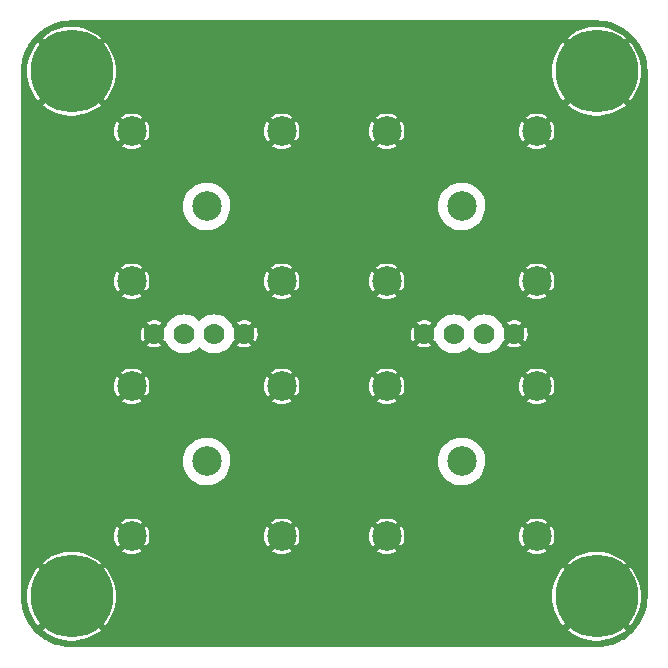
<source format=gbr>
%TF.GenerationSoftware,KiCad,Pcbnew,(5.99.0-12181-g5e8b23af64)*%
%TF.CreationDate,2021-09-04T21:06:35-05:00*%
%TF.ProjectId,coax-board,636f6178-2d62-46f6-9172-642e6b696361,rev?*%
%TF.SameCoordinates,Original*%
%TF.FileFunction,Copper,L4,Bot*%
%TF.FilePolarity,Positive*%
%FSLAX46Y46*%
G04 Gerber Fmt 4.6, Leading zero omitted, Abs format (unit mm)*
G04 Created by KiCad (PCBNEW (5.99.0-12181-g5e8b23af64)) date 2021-09-04 21:06:35*
%MOMM*%
%LPD*%
G01*
G04 APERTURE LIST*
%TA.AperFunction,ComponentPad*%
%ADD10C,2.500000*%
%TD*%
%TA.AperFunction,ComponentPad*%
%ADD11C,7.000000*%
%TD*%
%TA.AperFunction,ComponentPad*%
%ADD12C,1.778000*%
%TD*%
%TA.AperFunction,ViaPad*%
%ADD13C,0.800000*%
%TD*%
G04 APERTURE END LIST*
D10*
%TO.P,J4,1,In*%
%TO.N,Net-(J4-Pad1)*%
X140970000Y-96520000D03*
%TO.P,J4,2,Ext*%
%TO.N,Net-(J4-Pad2)*%
X147320000Y-102870000D03*
X147320000Y-90170000D03*
X134620000Y-90170000D03*
X134620000Y-102870000D03*
%TD*%
D11*
%TO.P,H4,1,1*%
%TO.N,Net-(J4-Pad2)*%
X152400000Y-107950000D03*
%TD*%
D10*
%TO.P,J3,1,In*%
%TO.N,Net-(J3-Pad1)*%
X119380000Y-96520000D03*
%TO.P,J3,2,Ext*%
%TO.N,Net-(J4-Pad2)*%
X125730000Y-102870000D03*
X113030000Y-102870000D03*
X113030000Y-90170000D03*
X125730000Y-90170000D03*
%TD*%
D11*
%TO.P,H3,1,1*%
%TO.N,Net-(J4-Pad2)*%
X107950000Y-107950000D03*
%TD*%
%TO.P,H2,1,1*%
%TO.N,Net-(J4-Pad2)*%
X107950000Y-63500000D03*
%TD*%
D12*
%TO.P,J3,1*%
%TO.N,Net-(J4-Pad2)*%
X145415000Y-85725000D03*
X137795000Y-85725000D03*
%TO.P,J3,2*%
%TO.N,Net-(J2-Pad1)*%
X140335000Y-85725000D03*
%TO.P,J3,3*%
%TO.N,Net-(J4-Pad1)*%
X142875000Y-85725000D03*
%TD*%
D11*
%TO.P,H1,1,1*%
%TO.N,Net-(J4-Pad2)*%
X152400000Y-63500000D03*
%TD*%
D10*
%TO.P,J2,1,In*%
%TO.N,Net-(J2-Pad1)*%
X140970000Y-74930000D03*
%TO.P,J2,2,Ext*%
%TO.N,Net-(J4-Pad2)*%
X134620000Y-81280000D03*
X147320000Y-68580000D03*
X147320000Y-81280000D03*
X134620000Y-68580000D03*
%TD*%
%TO.P,J1,1,In*%
%TO.N,Net-(J1-Pad1)*%
X119380000Y-74930000D03*
%TO.P,J1,2,Ext*%
%TO.N,Net-(J4-Pad2)*%
X113030000Y-68580000D03*
X125730000Y-81280000D03*
X113030000Y-81280000D03*
X125730000Y-68580000D03*
%TD*%
D12*
%TO.P,J3,1*%
%TO.N,Net-(J4-Pad2)*%
X114935000Y-85725000D03*
X122555000Y-85725000D03*
%TO.P,J3,2*%
%TO.N,Net-(J3-Pad1)*%
X117475000Y-85725000D03*
%TO.P,J3,3*%
%TO.N,Net-(J1-Pad1)*%
X120015000Y-85725000D03*
%TD*%
D13*
%TO.N,Net-(J4-Pad2)*%
X130175000Y-108585000D03*
X150495000Y-95250000D03*
X154305000Y-76200000D03*
X135890000Y-64770000D03*
X106045000Y-68580000D03*
X109855000Y-76200000D03*
X154305000Y-83820000D03*
X122555000Y-108585000D03*
X106045000Y-95250000D03*
X106045000Y-76200000D03*
X150495000Y-99060000D03*
X135890000Y-110490000D03*
X114935000Y-62865000D03*
X122555000Y-62865000D03*
X143510000Y-64770000D03*
X139700000Y-106680000D03*
X143510000Y-60960000D03*
X107950000Y-74295000D03*
X116840000Y-110490000D03*
X128270000Y-64770000D03*
X152400000Y-70485000D03*
X106045000Y-72390000D03*
X152400000Y-78105000D03*
X154305000Y-87630000D03*
X132080000Y-64770000D03*
X106045000Y-87630000D03*
X133985000Y-62865000D03*
X120650000Y-60960000D03*
X150495000Y-76200000D03*
X154305000Y-99060000D03*
X109855000Y-99060000D03*
X143510000Y-106680000D03*
X147320000Y-110490000D03*
X107950000Y-85725000D03*
X133985000Y-108585000D03*
X109855000Y-83820000D03*
X154305000Y-102870000D03*
X152400000Y-89535000D03*
X116840000Y-106680000D03*
X150495000Y-102870000D03*
X154305000Y-68580000D03*
X128270000Y-106680000D03*
X106045000Y-91440000D03*
X132080000Y-110490000D03*
X106045000Y-102870000D03*
X143510000Y-110490000D03*
X107950000Y-81915000D03*
X126365000Y-62865000D03*
X137795000Y-62865000D03*
X139700000Y-64770000D03*
X139700000Y-60960000D03*
X150495000Y-80010000D03*
X120650000Y-64770000D03*
X141605000Y-108585000D03*
X107950000Y-100965000D03*
X107950000Y-70485000D03*
X141605000Y-62865000D03*
X113030000Y-60960000D03*
X118745000Y-62865000D03*
X152400000Y-97155000D03*
X106045000Y-99060000D03*
X130175000Y-62865000D03*
X124460000Y-110490000D03*
X124460000Y-64770000D03*
X154305000Y-91440000D03*
X113030000Y-64770000D03*
X132080000Y-60960000D03*
X135890000Y-106680000D03*
X116840000Y-60960000D03*
X114935000Y-108585000D03*
X106045000Y-83820000D03*
X124460000Y-60960000D03*
X107950000Y-97155000D03*
X147320000Y-64770000D03*
X107950000Y-89535000D03*
X152400000Y-93345000D03*
X128270000Y-60960000D03*
X147320000Y-106680000D03*
X109855000Y-95250000D03*
X109855000Y-72390000D03*
X139700000Y-110490000D03*
X145415000Y-108585000D03*
X147320000Y-60960000D03*
X154305000Y-72390000D03*
X109855000Y-68580000D03*
X152400000Y-74295000D03*
X150495000Y-83820000D03*
X106045000Y-80010000D03*
X124460000Y-106680000D03*
X116840000Y-64770000D03*
X113030000Y-110490000D03*
X154305000Y-95250000D03*
X109855000Y-102870000D03*
X107950000Y-78105000D03*
X150495000Y-72390000D03*
X150495000Y-68580000D03*
X120650000Y-110490000D03*
X135890000Y-60960000D03*
X128270000Y-110490000D03*
X137795000Y-108585000D03*
X126365000Y-108585000D03*
X109855000Y-87630000D03*
X109855000Y-80010000D03*
X113030000Y-106680000D03*
X152400000Y-81915000D03*
X132080000Y-106680000D03*
X150495000Y-87630000D03*
X109855000Y-91440000D03*
X154305000Y-80010000D03*
X152400000Y-85725000D03*
X150495000Y-91440000D03*
X118745000Y-108585000D03*
X145415000Y-62865000D03*
X107950000Y-93345000D03*
X152400000Y-100965000D03*
X120650000Y-106680000D03*
%TD*%
%TA.AperFunction,Conductor*%
%TO.N,Net-(J4-Pad2)*%
G36*
X152359570Y-59182992D02*
G01*
X152389293Y-59186747D01*
X152416589Y-59184071D01*
X152434690Y-59183604D01*
X152792596Y-59200151D01*
X152804185Y-59201225D01*
X153187666Y-59254718D01*
X153199106Y-59256857D01*
X153576015Y-59345505D01*
X153587191Y-59348685D01*
X153770759Y-59410211D01*
X153954317Y-59471734D01*
X153965169Y-59475938D01*
X154319373Y-59632334D01*
X154329791Y-59637522D01*
X154668039Y-59825925D01*
X154677933Y-59832050D01*
X154719048Y-59860215D01*
X154997370Y-60050870D01*
X155006658Y-60057884D01*
X155304542Y-60305244D01*
X155313142Y-60313085D01*
X155586915Y-60586858D01*
X155594756Y-60595458D01*
X155842116Y-60893342D01*
X155849130Y-60902630D01*
X156067949Y-61222066D01*
X156074074Y-61231959D01*
X156133514Y-61338675D01*
X156262478Y-61570209D01*
X156267666Y-61580627D01*
X156424062Y-61934831D01*
X156428266Y-61945683D01*
X156551312Y-62312800D01*
X156554495Y-62323985D01*
X156566016Y-62372970D01*
X156643143Y-62700894D01*
X156645282Y-62712334D01*
X156698775Y-63095815D01*
X156699849Y-63107404D01*
X156715865Y-63453814D01*
X156715005Y-63475425D01*
X156713253Y-63489293D01*
X156715242Y-63509580D01*
X156717399Y-63531577D01*
X156718000Y-63543872D01*
X156718000Y-107893792D01*
X156717008Y-107909570D01*
X156713253Y-107939293D01*
X156715929Y-107966589D01*
X156716396Y-107984690D01*
X156701189Y-108313605D01*
X156699849Y-108342596D01*
X156698775Y-108354185D01*
X156645282Y-108737666D01*
X156643143Y-108749106D01*
X156561560Y-109095978D01*
X156554497Y-109126006D01*
X156551312Y-109137200D01*
X156428266Y-109504317D01*
X156424062Y-109515169D01*
X156267666Y-109869373D01*
X156262478Y-109879791D01*
X156091163Y-110187361D01*
X156074075Y-110218039D01*
X156067949Y-110227934D01*
X155849130Y-110547370D01*
X155842116Y-110556658D01*
X155594756Y-110854542D01*
X155586915Y-110863142D01*
X155313142Y-111136915D01*
X155304542Y-111144756D01*
X155006658Y-111392116D01*
X154997370Y-111399130D01*
X154677934Y-111617949D01*
X154668041Y-111624074D01*
X154561325Y-111683514D01*
X154329791Y-111812478D01*
X154319373Y-111817666D01*
X153965169Y-111974062D01*
X153954317Y-111978266D01*
X153770759Y-112039789D01*
X153587191Y-112101315D01*
X153576015Y-112104495D01*
X153209100Y-112190793D01*
X153199106Y-112193143D01*
X153187666Y-112195282D01*
X152804185Y-112248775D01*
X152792596Y-112249849D01*
X152446184Y-112265865D01*
X152424575Y-112265005D01*
X152410707Y-112263253D01*
X152368423Y-112267399D01*
X152356128Y-112268000D01*
X108006208Y-112268000D01*
X107990430Y-112267008D01*
X107960707Y-112263253D01*
X107933411Y-112265929D01*
X107915310Y-112266396D01*
X107557404Y-112249849D01*
X107545815Y-112248775D01*
X107162334Y-112195282D01*
X107150894Y-112193143D01*
X107140901Y-112190793D01*
X106773985Y-112104495D01*
X106762809Y-112101315D01*
X106579241Y-112039789D01*
X106395683Y-111978266D01*
X106384831Y-111974062D01*
X106030627Y-111817666D01*
X106020209Y-111812478D01*
X105788675Y-111683514D01*
X105681959Y-111624074D01*
X105672066Y-111617949D01*
X105352630Y-111399130D01*
X105343342Y-111392116D01*
X105045458Y-111144756D01*
X105036858Y-111136915D01*
X104763085Y-110863142D01*
X104755244Y-110854542D01*
X104692409Y-110778873D01*
X105486536Y-110778873D01*
X105493147Y-110788393D01*
X105633430Y-110909909D01*
X105638441Y-110913824D01*
X105944410Y-111128862D01*
X105949787Y-111132248D01*
X106275920Y-111315266D01*
X106281613Y-111318092D01*
X106624562Y-111467210D01*
X106630536Y-111469455D01*
X106986780Y-111583148D01*
X106992948Y-111584777D01*
X107358871Y-111661890D01*
X107365155Y-111662885D01*
X107737008Y-111702624D01*
X107743370Y-111702980D01*
X108117327Y-111704938D01*
X108123677Y-111704650D01*
X108495935Y-111668806D01*
X108502224Y-111667877D01*
X108868938Y-111594599D01*
X108875111Y-111593037D01*
X109232552Y-111483075D01*
X109238528Y-111480900D01*
X109583011Y-111335384D01*
X109588765Y-111332603D01*
X109916761Y-111153030D01*
X109922207Y-111149680D01*
X110230394Y-110937869D01*
X110235447Y-110934006D01*
X110405255Y-110789997D01*
X110412573Y-110778873D01*
X149936536Y-110778873D01*
X149943147Y-110788393D01*
X150083430Y-110909909D01*
X150088441Y-110913824D01*
X150394410Y-111128862D01*
X150399787Y-111132248D01*
X150725920Y-111315266D01*
X150731613Y-111318092D01*
X151074562Y-111467210D01*
X151080536Y-111469455D01*
X151436780Y-111583148D01*
X151442948Y-111584777D01*
X151808871Y-111661890D01*
X151815155Y-111662885D01*
X152187008Y-111702624D01*
X152193370Y-111702980D01*
X152567327Y-111704938D01*
X152573677Y-111704650D01*
X152945935Y-111668806D01*
X152952224Y-111667877D01*
X153318938Y-111594599D01*
X153325111Y-111593037D01*
X153682552Y-111483075D01*
X153688528Y-111480900D01*
X154033011Y-111335384D01*
X154038765Y-111332603D01*
X154366761Y-111153030D01*
X154372207Y-111149680D01*
X154680394Y-110937869D01*
X154685447Y-110934006D01*
X154855255Y-110789997D01*
X154863691Y-110777174D01*
X154857638Y-110766848D01*
X152412812Y-108322022D01*
X152398868Y-108314408D01*
X152397035Y-108314539D01*
X152390420Y-108318790D01*
X149943994Y-110765216D01*
X149936536Y-110778873D01*
X110412573Y-110778873D01*
X110413691Y-110777174D01*
X110407638Y-110766848D01*
X107962812Y-108322022D01*
X107948868Y-108314408D01*
X107947035Y-108314539D01*
X107940420Y-108318790D01*
X105493994Y-110765216D01*
X105486536Y-110778873D01*
X104692409Y-110778873D01*
X104507884Y-110556658D01*
X104500870Y-110547370D01*
X104282051Y-110227934D01*
X104275925Y-110218039D01*
X104258838Y-110187361D01*
X104087522Y-109879791D01*
X104082334Y-109869373D01*
X103925938Y-109515169D01*
X103921734Y-109504317D01*
X103798688Y-109137200D01*
X103795503Y-109126006D01*
X103788441Y-109095978D01*
X103706857Y-108749106D01*
X103704718Y-108737666D01*
X103651225Y-108354185D01*
X103650151Y-108342596D01*
X103634135Y-107996186D01*
X103634995Y-107974573D01*
X103634999Y-107974541D01*
X103636747Y-107960707D01*
X103634723Y-107940060D01*
X104191349Y-107940060D01*
X104208964Y-108313605D01*
X104209587Y-108319956D01*
X104264863Y-108689811D01*
X104266119Y-108696043D01*
X104358490Y-109058428D01*
X104360372Y-109064506D01*
X104488890Y-109415701D01*
X104491376Y-109421556D01*
X104654722Y-109757954D01*
X104657796Y-109763545D01*
X104854298Y-110081710D01*
X104857917Y-110086956D01*
X105085566Y-110383633D01*
X105089704Y-110388495D01*
X105107646Y-110407534D01*
X105121357Y-110415557D01*
X105122197Y-110415522D01*
X105130319Y-110410471D01*
X107577978Y-107962812D01*
X107584356Y-107951132D01*
X108314408Y-107951132D01*
X108314539Y-107952965D01*
X108318790Y-107959580D01*
X110768319Y-110409109D01*
X110782263Y-110416723D01*
X110783455Y-110416638D01*
X110789372Y-110412755D01*
X111019541Y-110119212D01*
X111023208Y-110114013D01*
X111223030Y-109797924D01*
X111226164Y-109792364D01*
X111393026Y-109457690D01*
X111395571Y-109451864D01*
X111527763Y-109102030D01*
X111529706Y-109095978D01*
X111625864Y-108734588D01*
X111627190Y-108728353D01*
X111686334Y-108359102D01*
X111687023Y-108352766D01*
X111708634Y-107977936D01*
X111708738Y-107974541D01*
X111708818Y-107951696D01*
X111708739Y-107948317D01*
X111708321Y-107940060D01*
X148641349Y-107940060D01*
X148658964Y-108313605D01*
X148659587Y-108319956D01*
X148714863Y-108689811D01*
X148716119Y-108696043D01*
X148808490Y-109058428D01*
X148810372Y-109064506D01*
X148938890Y-109415701D01*
X148941376Y-109421556D01*
X149104722Y-109757954D01*
X149107796Y-109763545D01*
X149304298Y-110081710D01*
X149307917Y-110086956D01*
X149535566Y-110383633D01*
X149539704Y-110388495D01*
X149557646Y-110407534D01*
X149571357Y-110415557D01*
X149572197Y-110415522D01*
X149580319Y-110410471D01*
X152027978Y-107962812D01*
X152034356Y-107951132D01*
X152764408Y-107951132D01*
X152764539Y-107952965D01*
X152768790Y-107959580D01*
X155218319Y-110409109D01*
X155232263Y-110416723D01*
X155233455Y-110416638D01*
X155239372Y-110412755D01*
X155469541Y-110119212D01*
X155473208Y-110114013D01*
X155673030Y-109797924D01*
X155676164Y-109792364D01*
X155843026Y-109457690D01*
X155845571Y-109451864D01*
X155977763Y-109102030D01*
X155979706Y-109095978D01*
X156075864Y-108734588D01*
X156077190Y-108728353D01*
X156136334Y-108359102D01*
X156137023Y-108352766D01*
X156158634Y-107977936D01*
X156158738Y-107974541D01*
X156158818Y-107951696D01*
X156158739Y-107948317D01*
X156139742Y-107573320D01*
X156139099Y-107567000D01*
X156082534Y-107197343D01*
X156081252Y-107191094D01*
X155987618Y-106829039D01*
X155985716Y-106822970D01*
X155855972Y-106472228D01*
X155853469Y-106466386D01*
X155688943Y-106130545D01*
X155685855Y-106124977D01*
X155488242Y-105807497D01*
X155484604Y-105802264D01*
X155255919Y-105506379D01*
X155251773Y-105501542D01*
X155242767Y-105492052D01*
X155229032Y-105484078D01*
X155228074Y-105484122D01*
X155220126Y-105489084D01*
X152772022Y-107937188D01*
X152764408Y-107951132D01*
X152034356Y-107951132D01*
X152035592Y-107948868D01*
X152035461Y-107947035D01*
X152031210Y-107940420D01*
X149582113Y-105491323D01*
X149568169Y-105483709D01*
X149567097Y-105483785D01*
X149559441Y-105488829D01*
X149556785Y-105491609D01*
X149552638Y-105496413D01*
X149322911Y-105791510D01*
X149319253Y-105796735D01*
X149120537Y-106113516D01*
X149117426Y-106119082D01*
X148951735Y-106454333D01*
X148949207Y-106460173D01*
X148818236Y-106810471D01*
X148816318Y-106816518D01*
X148721418Y-107178256D01*
X148720118Y-107184479D01*
X148662258Y-107553958D01*
X148661595Y-107560265D01*
X148641371Y-107933704D01*
X148641349Y-107940060D01*
X111708321Y-107940060D01*
X111689742Y-107573320D01*
X111689099Y-107567000D01*
X111632534Y-107197343D01*
X111631252Y-107191094D01*
X111537618Y-106829039D01*
X111535716Y-106822970D01*
X111405972Y-106472228D01*
X111403469Y-106466386D01*
X111238943Y-106130545D01*
X111235855Y-106124977D01*
X111038242Y-105807497D01*
X111034604Y-105802264D01*
X110805919Y-105506379D01*
X110801773Y-105501542D01*
X110792767Y-105492052D01*
X110779032Y-105484078D01*
X110778074Y-105484122D01*
X110770126Y-105489084D01*
X108322022Y-107937188D01*
X108314408Y-107951132D01*
X107584356Y-107951132D01*
X107585592Y-107948868D01*
X107585461Y-107947035D01*
X107581210Y-107940420D01*
X105132113Y-105491323D01*
X105118169Y-105483709D01*
X105117097Y-105483785D01*
X105109441Y-105488829D01*
X105106785Y-105491609D01*
X105102638Y-105496413D01*
X104872911Y-105791510D01*
X104869253Y-105796735D01*
X104670537Y-106113516D01*
X104667426Y-106119082D01*
X104501735Y-106454333D01*
X104499207Y-106460173D01*
X104368236Y-106810471D01*
X104366318Y-106816518D01*
X104271418Y-107178256D01*
X104270118Y-107184479D01*
X104212258Y-107553958D01*
X104211595Y-107560265D01*
X104191371Y-107933704D01*
X104191349Y-107940060D01*
X103634723Y-107940060D01*
X103632601Y-107918422D01*
X103632000Y-107906128D01*
X103632000Y-105122983D01*
X105486392Y-105122983D01*
X105492400Y-105133190D01*
X107937188Y-107577978D01*
X107951132Y-107585592D01*
X107952965Y-107585461D01*
X107959580Y-107581210D01*
X110406058Y-105134732D01*
X110412474Y-105122983D01*
X149936392Y-105122983D01*
X149942400Y-105133190D01*
X152387188Y-107577978D01*
X152401132Y-107585592D01*
X152402965Y-107585461D01*
X152409580Y-107581210D01*
X154856058Y-105134732D01*
X154863483Y-105121135D01*
X154856783Y-105111524D01*
X154706225Y-104982023D01*
X154701196Y-104978123D01*
X154394486Y-104764159D01*
X154389088Y-104760786D01*
X154062328Y-104578914D01*
X154056618Y-104576104D01*
X153713155Y-104428185D01*
X153707173Y-104425961D01*
X153350525Y-104313511D01*
X153344366Y-104311906D01*
X152978163Y-104236068D01*
X152971885Y-104235096D01*
X152599878Y-104196653D01*
X152593547Y-104196321D01*
X152219559Y-104195670D01*
X152213218Y-104195980D01*
X151841096Y-104233122D01*
X151834803Y-104234074D01*
X151468343Y-104308630D01*
X151462170Y-104310215D01*
X151105127Y-104421423D01*
X151099157Y-104423619D01*
X150755172Y-104570340D01*
X150749445Y-104573134D01*
X150422060Y-104753860D01*
X150416642Y-104757220D01*
X150109200Y-104970104D01*
X150104141Y-104974000D01*
X149944822Y-105110070D01*
X149936392Y-105122983D01*
X110412474Y-105122983D01*
X110413483Y-105121135D01*
X110406783Y-105111524D01*
X110256225Y-104982023D01*
X110251196Y-104978123D01*
X109944486Y-104764159D01*
X109939088Y-104760786D01*
X109612328Y-104578914D01*
X109606618Y-104576104D01*
X109263155Y-104428185D01*
X109257173Y-104425961D01*
X108900525Y-104313511D01*
X108894366Y-104311906D01*
X108528163Y-104236068D01*
X108521885Y-104235096D01*
X108149878Y-104196653D01*
X108143547Y-104196321D01*
X107769559Y-104195670D01*
X107763218Y-104195980D01*
X107391096Y-104233122D01*
X107384803Y-104234074D01*
X107018343Y-104308630D01*
X107012170Y-104310215D01*
X106655127Y-104421423D01*
X106649157Y-104423619D01*
X106305172Y-104570340D01*
X106299445Y-104573134D01*
X105972060Y-104753860D01*
X105966642Y-104757220D01*
X105659200Y-104970104D01*
X105654141Y-104974000D01*
X105494822Y-105110070D01*
X105486392Y-105122983D01*
X103632000Y-105122983D01*
X103632000Y-104099762D01*
X112165068Y-104099762D01*
X112170795Y-104107412D01*
X112340867Y-104211632D01*
X112349661Y-104216113D01*
X112559228Y-104302918D01*
X112568613Y-104305967D01*
X112789182Y-104358922D01*
X112798929Y-104360465D01*
X113025070Y-104378263D01*
X113034930Y-104378263D01*
X113261071Y-104360465D01*
X113270818Y-104358922D01*
X113491387Y-104305967D01*
X113500772Y-104302918D01*
X113710339Y-104216113D01*
X113719133Y-104211632D01*
X113885539Y-104109659D01*
X113894493Y-104099762D01*
X124865068Y-104099762D01*
X124870795Y-104107412D01*
X125040867Y-104211632D01*
X125049661Y-104216113D01*
X125259228Y-104302918D01*
X125268613Y-104305967D01*
X125489182Y-104358922D01*
X125498929Y-104360465D01*
X125725070Y-104378263D01*
X125734930Y-104378263D01*
X125961071Y-104360465D01*
X125970818Y-104358922D01*
X126191387Y-104305967D01*
X126200772Y-104302918D01*
X126410339Y-104216113D01*
X126419133Y-104211632D01*
X126585539Y-104109659D01*
X126594493Y-104099762D01*
X133755068Y-104099762D01*
X133760795Y-104107412D01*
X133930867Y-104211632D01*
X133939661Y-104216113D01*
X134149228Y-104302918D01*
X134158613Y-104305967D01*
X134379182Y-104358922D01*
X134388929Y-104360465D01*
X134615070Y-104378263D01*
X134624930Y-104378263D01*
X134851071Y-104360465D01*
X134860818Y-104358922D01*
X135081387Y-104305967D01*
X135090772Y-104302918D01*
X135300339Y-104216113D01*
X135309133Y-104211632D01*
X135475539Y-104109659D01*
X135484493Y-104099762D01*
X146455068Y-104099762D01*
X146460795Y-104107412D01*
X146630867Y-104211632D01*
X146639661Y-104216113D01*
X146849228Y-104302918D01*
X146858613Y-104305967D01*
X147079182Y-104358922D01*
X147088929Y-104360465D01*
X147315070Y-104378263D01*
X147324930Y-104378263D01*
X147551071Y-104360465D01*
X147560818Y-104358922D01*
X147781387Y-104305967D01*
X147790772Y-104302918D01*
X148000339Y-104216113D01*
X148009133Y-104211632D01*
X148175539Y-104109659D01*
X148184999Y-104099203D01*
X148181215Y-104090425D01*
X147332812Y-103242022D01*
X147318868Y-103234408D01*
X147317035Y-103234539D01*
X147310420Y-103238790D01*
X146461828Y-104087382D01*
X146455068Y-104099762D01*
X135484493Y-104099762D01*
X135484999Y-104099203D01*
X135481215Y-104090425D01*
X134632812Y-103242022D01*
X134618868Y-103234408D01*
X134617035Y-103234539D01*
X134610420Y-103238790D01*
X133761828Y-104087382D01*
X133755068Y-104099762D01*
X126594493Y-104099762D01*
X126594999Y-104099203D01*
X126591215Y-104090425D01*
X125742812Y-103242022D01*
X125728868Y-103234408D01*
X125727035Y-103234539D01*
X125720420Y-103238790D01*
X124871828Y-104087382D01*
X124865068Y-104099762D01*
X113894493Y-104099762D01*
X113894999Y-104099203D01*
X113891215Y-104090425D01*
X113042812Y-103242022D01*
X113028868Y-103234408D01*
X113027035Y-103234539D01*
X113020420Y-103238790D01*
X112171828Y-104087382D01*
X112165068Y-104099762D01*
X103632000Y-104099762D01*
X103632000Y-102865070D01*
X111521737Y-102865070D01*
X111521737Y-102874930D01*
X111539535Y-103101071D01*
X111541078Y-103110818D01*
X111594033Y-103331387D01*
X111597082Y-103340772D01*
X111683887Y-103550339D01*
X111688368Y-103559133D01*
X111790341Y-103725539D01*
X111800797Y-103734999D01*
X111809575Y-103731215D01*
X112657978Y-102882812D01*
X112664356Y-102871132D01*
X113394408Y-102871132D01*
X113394539Y-102872965D01*
X113398790Y-102879580D01*
X114247382Y-103728172D01*
X114259762Y-103734932D01*
X114267412Y-103729205D01*
X114371632Y-103559133D01*
X114376113Y-103550339D01*
X114462918Y-103340772D01*
X114465967Y-103331387D01*
X114518922Y-103110818D01*
X114520465Y-103101071D01*
X114538263Y-102874930D01*
X114538263Y-102865070D01*
X124221737Y-102865070D01*
X124221737Y-102874930D01*
X124239535Y-103101071D01*
X124241078Y-103110818D01*
X124294033Y-103331387D01*
X124297082Y-103340772D01*
X124383887Y-103550339D01*
X124388368Y-103559133D01*
X124490341Y-103725539D01*
X124500797Y-103734999D01*
X124509575Y-103731215D01*
X125357978Y-102882812D01*
X125364356Y-102871132D01*
X126094408Y-102871132D01*
X126094539Y-102872965D01*
X126098790Y-102879580D01*
X126947382Y-103728172D01*
X126959762Y-103734932D01*
X126967412Y-103729205D01*
X127071632Y-103559133D01*
X127076113Y-103550339D01*
X127162918Y-103340772D01*
X127165967Y-103331387D01*
X127218922Y-103110818D01*
X127220465Y-103101071D01*
X127238263Y-102874930D01*
X127238263Y-102865070D01*
X133111737Y-102865070D01*
X133111737Y-102874930D01*
X133129535Y-103101071D01*
X133131078Y-103110818D01*
X133184033Y-103331387D01*
X133187082Y-103340772D01*
X133273887Y-103550339D01*
X133278368Y-103559133D01*
X133380341Y-103725539D01*
X133390797Y-103734999D01*
X133399575Y-103731215D01*
X134247978Y-102882812D01*
X134254356Y-102871132D01*
X134984408Y-102871132D01*
X134984539Y-102872965D01*
X134988790Y-102879580D01*
X135837382Y-103728172D01*
X135849762Y-103734932D01*
X135857412Y-103729205D01*
X135961632Y-103559133D01*
X135966113Y-103550339D01*
X136052918Y-103340772D01*
X136055967Y-103331387D01*
X136108922Y-103110818D01*
X136110465Y-103101071D01*
X136128263Y-102874930D01*
X136128263Y-102865070D01*
X145811737Y-102865070D01*
X145811737Y-102874930D01*
X145829535Y-103101071D01*
X145831078Y-103110818D01*
X145884033Y-103331387D01*
X145887082Y-103340772D01*
X145973887Y-103550339D01*
X145978368Y-103559133D01*
X146080341Y-103725539D01*
X146090797Y-103734999D01*
X146099575Y-103731215D01*
X146947978Y-102882812D01*
X146954356Y-102871132D01*
X147684408Y-102871132D01*
X147684539Y-102872965D01*
X147688790Y-102879580D01*
X148537382Y-103728172D01*
X148549762Y-103734932D01*
X148557412Y-103729205D01*
X148661632Y-103559133D01*
X148666113Y-103550339D01*
X148752918Y-103340772D01*
X148755967Y-103331387D01*
X148808922Y-103110818D01*
X148810465Y-103101071D01*
X148828263Y-102874930D01*
X148828263Y-102865070D01*
X148810465Y-102638929D01*
X148808922Y-102629182D01*
X148755967Y-102408613D01*
X148752918Y-102399228D01*
X148666113Y-102189661D01*
X148661632Y-102180867D01*
X148559659Y-102014461D01*
X148549203Y-102005001D01*
X148540425Y-102008785D01*
X147692022Y-102857188D01*
X147684408Y-102871132D01*
X146954356Y-102871132D01*
X146955592Y-102868868D01*
X146955461Y-102867035D01*
X146951210Y-102860420D01*
X146102618Y-102011828D01*
X146090238Y-102005068D01*
X146082588Y-102010795D01*
X145978368Y-102180867D01*
X145973887Y-102189661D01*
X145887082Y-102399228D01*
X145884033Y-102408613D01*
X145831078Y-102629182D01*
X145829535Y-102638929D01*
X145811737Y-102865070D01*
X136128263Y-102865070D01*
X136110465Y-102638929D01*
X136108922Y-102629182D01*
X136055967Y-102408613D01*
X136052918Y-102399228D01*
X135966113Y-102189661D01*
X135961632Y-102180867D01*
X135859659Y-102014461D01*
X135849203Y-102005001D01*
X135840425Y-102008785D01*
X134992022Y-102857188D01*
X134984408Y-102871132D01*
X134254356Y-102871132D01*
X134255592Y-102868868D01*
X134255461Y-102867035D01*
X134251210Y-102860420D01*
X133402618Y-102011828D01*
X133390238Y-102005068D01*
X133382588Y-102010795D01*
X133278368Y-102180867D01*
X133273887Y-102189661D01*
X133187082Y-102399228D01*
X133184033Y-102408613D01*
X133131078Y-102629182D01*
X133129535Y-102638929D01*
X133111737Y-102865070D01*
X127238263Y-102865070D01*
X127220465Y-102638929D01*
X127218922Y-102629182D01*
X127165967Y-102408613D01*
X127162918Y-102399228D01*
X127076113Y-102189661D01*
X127071632Y-102180867D01*
X126969659Y-102014461D01*
X126959203Y-102005001D01*
X126950425Y-102008785D01*
X126102022Y-102857188D01*
X126094408Y-102871132D01*
X125364356Y-102871132D01*
X125365592Y-102868868D01*
X125365461Y-102867035D01*
X125361210Y-102860420D01*
X124512618Y-102011828D01*
X124500238Y-102005068D01*
X124492588Y-102010795D01*
X124388368Y-102180867D01*
X124383887Y-102189661D01*
X124297082Y-102399228D01*
X124294033Y-102408613D01*
X124241078Y-102629182D01*
X124239535Y-102638929D01*
X124221737Y-102865070D01*
X114538263Y-102865070D01*
X114520465Y-102638929D01*
X114518922Y-102629182D01*
X114465967Y-102408613D01*
X114462918Y-102399228D01*
X114376113Y-102189661D01*
X114371632Y-102180867D01*
X114269659Y-102014461D01*
X114259203Y-102005001D01*
X114250425Y-102008785D01*
X113402022Y-102857188D01*
X113394408Y-102871132D01*
X112664356Y-102871132D01*
X112665592Y-102868868D01*
X112665461Y-102867035D01*
X112661210Y-102860420D01*
X111812618Y-102011828D01*
X111800238Y-102005068D01*
X111792588Y-102010795D01*
X111688368Y-102180867D01*
X111683887Y-102189661D01*
X111597082Y-102399228D01*
X111594033Y-102408613D01*
X111541078Y-102629182D01*
X111539535Y-102638929D01*
X111521737Y-102865070D01*
X103632000Y-102865070D01*
X103632000Y-101640797D01*
X112165001Y-101640797D01*
X112168785Y-101649575D01*
X113017188Y-102497978D01*
X113031132Y-102505592D01*
X113032965Y-102505461D01*
X113039580Y-102501210D01*
X113888172Y-101652618D01*
X113894627Y-101640797D01*
X124865001Y-101640797D01*
X124868785Y-101649575D01*
X125717188Y-102497978D01*
X125731132Y-102505592D01*
X125732965Y-102505461D01*
X125739580Y-102501210D01*
X126588172Y-101652618D01*
X126594627Y-101640797D01*
X133755001Y-101640797D01*
X133758785Y-101649575D01*
X134607188Y-102497978D01*
X134621132Y-102505592D01*
X134622965Y-102505461D01*
X134629580Y-102501210D01*
X135478172Y-101652618D01*
X135484627Y-101640797D01*
X146455001Y-101640797D01*
X146458785Y-101649575D01*
X147307188Y-102497978D01*
X147321132Y-102505592D01*
X147322965Y-102505461D01*
X147329580Y-102501210D01*
X148178172Y-101652618D01*
X148184932Y-101640238D01*
X148179205Y-101632588D01*
X148009133Y-101528368D01*
X148000339Y-101523887D01*
X147790772Y-101437082D01*
X147781387Y-101434033D01*
X147560818Y-101381078D01*
X147551071Y-101379535D01*
X147324930Y-101361737D01*
X147315070Y-101361737D01*
X147088929Y-101379535D01*
X147079182Y-101381078D01*
X146858613Y-101434033D01*
X146849228Y-101437082D01*
X146639661Y-101523887D01*
X146630867Y-101528368D01*
X146464461Y-101630341D01*
X146455001Y-101640797D01*
X135484627Y-101640797D01*
X135484932Y-101640238D01*
X135479205Y-101632588D01*
X135309133Y-101528368D01*
X135300339Y-101523887D01*
X135090772Y-101437082D01*
X135081387Y-101434033D01*
X134860818Y-101381078D01*
X134851071Y-101379535D01*
X134624930Y-101361737D01*
X134615070Y-101361737D01*
X134388929Y-101379535D01*
X134379182Y-101381078D01*
X134158613Y-101434033D01*
X134149228Y-101437082D01*
X133939661Y-101523887D01*
X133930867Y-101528368D01*
X133764461Y-101630341D01*
X133755001Y-101640797D01*
X126594627Y-101640797D01*
X126594932Y-101640238D01*
X126589205Y-101632588D01*
X126419133Y-101528368D01*
X126410339Y-101523887D01*
X126200772Y-101437082D01*
X126191387Y-101434033D01*
X125970818Y-101381078D01*
X125961071Y-101379535D01*
X125734930Y-101361737D01*
X125725070Y-101361737D01*
X125498929Y-101379535D01*
X125489182Y-101381078D01*
X125268613Y-101434033D01*
X125259228Y-101437082D01*
X125049661Y-101523887D01*
X125040867Y-101528368D01*
X124874461Y-101630341D01*
X124865001Y-101640797D01*
X113894627Y-101640797D01*
X113894932Y-101640238D01*
X113889205Y-101632588D01*
X113719133Y-101528368D01*
X113710339Y-101523887D01*
X113500772Y-101437082D01*
X113491387Y-101434033D01*
X113270818Y-101381078D01*
X113261071Y-101379535D01*
X113034930Y-101361737D01*
X113025070Y-101361737D01*
X112798929Y-101379535D01*
X112789182Y-101381078D01*
X112568613Y-101434033D01*
X112559228Y-101437082D01*
X112349661Y-101523887D01*
X112340867Y-101528368D01*
X112174461Y-101630341D01*
X112165001Y-101640797D01*
X103632000Y-101640797D01*
X103632000Y-96498876D01*
X117362908Y-96498876D01*
X117378703Y-96772823D01*
X117379528Y-96777030D01*
X117379529Y-96777035D01*
X117412007Y-96942575D01*
X117431532Y-97042091D01*
X117520415Y-97301698D01*
X117643709Y-97546840D01*
X117799131Y-97772981D01*
X117983807Y-97975937D01*
X117987096Y-97978687D01*
X118191026Y-98149200D01*
X118191031Y-98149204D01*
X118194318Y-98151952D01*
X118252404Y-98188389D01*
X118423129Y-98295485D01*
X118423133Y-98295487D01*
X118426769Y-98297768D01*
X118430679Y-98299533D01*
X118430680Y-98299534D01*
X118672947Y-98408922D01*
X118672951Y-98408924D01*
X118676859Y-98410688D01*
X118680979Y-98411908D01*
X118680978Y-98411908D01*
X118935848Y-98487404D01*
X118935852Y-98487405D01*
X118939961Y-98488622D01*
X118944195Y-98489270D01*
X118944200Y-98489271D01*
X119206963Y-98529479D01*
X119206965Y-98529479D01*
X119211205Y-98530128D01*
X119350906Y-98532323D01*
X119481281Y-98534371D01*
X119481287Y-98534371D01*
X119485572Y-98534438D01*
X119757986Y-98501473D01*
X120023406Y-98431841D01*
X120276919Y-98326832D01*
X120326657Y-98297768D01*
X120510128Y-98190556D01*
X120510130Y-98190554D01*
X120513836Y-98188389D01*
X120729772Y-98019074D01*
X120920732Y-97822019D01*
X120923265Y-97818571D01*
X120923269Y-97818566D01*
X121080643Y-97604326D01*
X121083181Y-97600871D01*
X121214114Y-97359723D01*
X121311108Y-97103036D01*
X121372368Y-96835560D01*
X121377592Y-96777035D01*
X121396541Y-96564710D01*
X121396761Y-96562245D01*
X121397203Y-96520000D01*
X121395763Y-96498876D01*
X138952908Y-96498876D01*
X138968703Y-96772823D01*
X138969528Y-96777030D01*
X138969529Y-96777035D01*
X139002007Y-96942575D01*
X139021532Y-97042091D01*
X139110415Y-97301698D01*
X139233709Y-97546840D01*
X139389131Y-97772981D01*
X139573807Y-97975937D01*
X139577096Y-97978687D01*
X139781026Y-98149200D01*
X139781031Y-98149204D01*
X139784318Y-98151952D01*
X139842404Y-98188389D01*
X140013129Y-98295485D01*
X140013133Y-98295487D01*
X140016769Y-98297768D01*
X140020679Y-98299533D01*
X140020680Y-98299534D01*
X140262947Y-98408922D01*
X140262951Y-98408924D01*
X140266859Y-98410688D01*
X140270979Y-98411908D01*
X140270978Y-98411908D01*
X140525848Y-98487404D01*
X140525852Y-98487405D01*
X140529961Y-98488622D01*
X140534195Y-98489270D01*
X140534200Y-98489271D01*
X140796963Y-98529479D01*
X140796965Y-98529479D01*
X140801205Y-98530128D01*
X140940906Y-98532323D01*
X141071281Y-98534371D01*
X141071287Y-98534371D01*
X141075572Y-98534438D01*
X141347986Y-98501473D01*
X141613406Y-98431841D01*
X141866919Y-98326832D01*
X141916657Y-98297768D01*
X142100128Y-98190556D01*
X142100130Y-98190554D01*
X142103836Y-98188389D01*
X142319772Y-98019074D01*
X142510732Y-97822019D01*
X142513265Y-97818571D01*
X142513269Y-97818566D01*
X142670643Y-97604326D01*
X142673181Y-97600871D01*
X142804114Y-97359723D01*
X142901108Y-97103036D01*
X142962368Y-96835560D01*
X142967592Y-96777035D01*
X142986541Y-96564710D01*
X142986761Y-96562245D01*
X142987203Y-96520000D01*
X142968540Y-96246234D01*
X142965094Y-96229591D01*
X142913764Y-95981736D01*
X142912894Y-95977534D01*
X142821297Y-95718872D01*
X142695443Y-95475034D01*
X142537661Y-95250533D01*
X142350870Y-95049522D01*
X142138528Y-94875722D01*
X141904562Y-94732347D01*
X141878652Y-94720973D01*
X141657235Y-94623778D01*
X141653303Y-94622052D01*
X141389400Y-94546878D01*
X141385158Y-94546274D01*
X141385152Y-94546273D01*
X141121987Y-94508819D01*
X141117736Y-94508214D01*
X140973155Y-94507457D01*
X140847625Y-94506799D01*
X140847618Y-94506799D01*
X140843339Y-94506777D01*
X140839095Y-94507336D01*
X140839091Y-94507336D01*
X140719293Y-94523108D01*
X140571285Y-94542594D01*
X140567145Y-94543727D01*
X140567143Y-94543727D01*
X140555625Y-94546878D01*
X140306609Y-94615001D01*
X140302661Y-94616685D01*
X140058161Y-94720973D01*
X140058157Y-94720975D01*
X140054209Y-94722659D01*
X139935335Y-94793803D01*
X139822437Y-94861371D01*
X139822433Y-94861374D01*
X139818755Y-94863575D01*
X139815412Y-94866253D01*
X139815408Y-94866256D01*
X139803593Y-94875722D01*
X139604604Y-95035143D01*
X139601660Y-95038245D01*
X139601656Y-95038249D01*
X139587976Y-95052665D01*
X139415718Y-95234186D01*
X139255594Y-95457023D01*
X139127193Y-95699530D01*
X139032893Y-95957218D01*
X138974437Y-96225321D01*
X138952908Y-96498876D01*
X121395763Y-96498876D01*
X121378540Y-96246234D01*
X121375094Y-96229591D01*
X121323764Y-95981736D01*
X121322894Y-95977534D01*
X121231297Y-95718872D01*
X121105443Y-95475034D01*
X120947661Y-95250533D01*
X120760870Y-95049522D01*
X120548528Y-94875722D01*
X120314562Y-94732347D01*
X120288652Y-94720973D01*
X120067235Y-94623778D01*
X120063303Y-94622052D01*
X119799400Y-94546878D01*
X119795158Y-94546274D01*
X119795152Y-94546273D01*
X119531987Y-94508819D01*
X119527736Y-94508214D01*
X119383155Y-94507457D01*
X119257625Y-94506799D01*
X119257618Y-94506799D01*
X119253339Y-94506777D01*
X119249095Y-94507336D01*
X119249091Y-94507336D01*
X119129293Y-94523108D01*
X118981285Y-94542594D01*
X118977145Y-94543727D01*
X118977143Y-94543727D01*
X118965625Y-94546878D01*
X118716609Y-94615001D01*
X118712661Y-94616685D01*
X118468161Y-94720973D01*
X118468157Y-94720975D01*
X118464209Y-94722659D01*
X118345335Y-94793803D01*
X118232437Y-94861371D01*
X118232433Y-94861374D01*
X118228755Y-94863575D01*
X118225412Y-94866253D01*
X118225408Y-94866256D01*
X118213593Y-94875722D01*
X118014604Y-95035143D01*
X118011660Y-95038245D01*
X118011656Y-95038249D01*
X117997976Y-95052665D01*
X117825718Y-95234186D01*
X117665594Y-95457023D01*
X117537193Y-95699530D01*
X117442893Y-95957218D01*
X117384437Y-96225321D01*
X117362908Y-96498876D01*
X103632000Y-96498876D01*
X103632000Y-91399762D01*
X112165068Y-91399762D01*
X112170795Y-91407412D01*
X112340867Y-91511632D01*
X112349661Y-91516113D01*
X112559228Y-91602918D01*
X112568613Y-91605967D01*
X112789182Y-91658922D01*
X112798929Y-91660465D01*
X113025070Y-91678263D01*
X113034930Y-91678263D01*
X113261071Y-91660465D01*
X113270818Y-91658922D01*
X113491387Y-91605967D01*
X113500772Y-91602918D01*
X113710339Y-91516113D01*
X113719133Y-91511632D01*
X113885539Y-91409659D01*
X113894493Y-91399762D01*
X124865068Y-91399762D01*
X124870795Y-91407412D01*
X125040867Y-91511632D01*
X125049661Y-91516113D01*
X125259228Y-91602918D01*
X125268613Y-91605967D01*
X125489182Y-91658922D01*
X125498929Y-91660465D01*
X125725070Y-91678263D01*
X125734930Y-91678263D01*
X125961071Y-91660465D01*
X125970818Y-91658922D01*
X126191387Y-91605967D01*
X126200772Y-91602918D01*
X126410339Y-91516113D01*
X126419133Y-91511632D01*
X126585539Y-91409659D01*
X126594493Y-91399762D01*
X133755068Y-91399762D01*
X133760795Y-91407412D01*
X133930867Y-91511632D01*
X133939661Y-91516113D01*
X134149228Y-91602918D01*
X134158613Y-91605967D01*
X134379182Y-91658922D01*
X134388929Y-91660465D01*
X134615070Y-91678263D01*
X134624930Y-91678263D01*
X134851071Y-91660465D01*
X134860818Y-91658922D01*
X135081387Y-91605967D01*
X135090772Y-91602918D01*
X135300339Y-91516113D01*
X135309133Y-91511632D01*
X135475539Y-91409659D01*
X135484493Y-91399762D01*
X146455068Y-91399762D01*
X146460795Y-91407412D01*
X146630867Y-91511632D01*
X146639661Y-91516113D01*
X146849228Y-91602918D01*
X146858613Y-91605967D01*
X147079182Y-91658922D01*
X147088929Y-91660465D01*
X147315070Y-91678263D01*
X147324930Y-91678263D01*
X147551071Y-91660465D01*
X147560818Y-91658922D01*
X147781387Y-91605967D01*
X147790772Y-91602918D01*
X148000339Y-91516113D01*
X148009133Y-91511632D01*
X148175539Y-91409659D01*
X148184999Y-91399203D01*
X148181215Y-91390425D01*
X147332812Y-90542022D01*
X147318868Y-90534408D01*
X147317035Y-90534539D01*
X147310420Y-90538790D01*
X146461828Y-91387382D01*
X146455068Y-91399762D01*
X135484493Y-91399762D01*
X135484999Y-91399203D01*
X135481215Y-91390425D01*
X134632812Y-90542022D01*
X134618868Y-90534408D01*
X134617035Y-90534539D01*
X134610420Y-90538790D01*
X133761828Y-91387382D01*
X133755068Y-91399762D01*
X126594493Y-91399762D01*
X126594999Y-91399203D01*
X126591215Y-91390425D01*
X125742812Y-90542022D01*
X125728868Y-90534408D01*
X125727035Y-90534539D01*
X125720420Y-90538790D01*
X124871828Y-91387382D01*
X124865068Y-91399762D01*
X113894493Y-91399762D01*
X113894999Y-91399203D01*
X113891215Y-91390425D01*
X113042812Y-90542022D01*
X113028868Y-90534408D01*
X113027035Y-90534539D01*
X113020420Y-90538790D01*
X112171828Y-91387382D01*
X112165068Y-91399762D01*
X103632000Y-91399762D01*
X103632000Y-90165070D01*
X111521737Y-90165070D01*
X111521737Y-90174930D01*
X111539535Y-90401071D01*
X111541078Y-90410818D01*
X111594033Y-90631387D01*
X111597082Y-90640772D01*
X111683887Y-90850339D01*
X111688368Y-90859133D01*
X111790341Y-91025539D01*
X111800797Y-91034999D01*
X111809575Y-91031215D01*
X112657978Y-90182812D01*
X112664356Y-90171132D01*
X113394408Y-90171132D01*
X113394539Y-90172965D01*
X113398790Y-90179580D01*
X114247382Y-91028172D01*
X114259762Y-91034932D01*
X114267412Y-91029205D01*
X114371632Y-90859133D01*
X114376113Y-90850339D01*
X114462918Y-90640772D01*
X114465967Y-90631387D01*
X114518922Y-90410818D01*
X114520465Y-90401071D01*
X114538263Y-90174930D01*
X114538263Y-90165070D01*
X124221737Y-90165070D01*
X124221737Y-90174930D01*
X124239535Y-90401071D01*
X124241078Y-90410818D01*
X124294033Y-90631387D01*
X124297082Y-90640772D01*
X124383887Y-90850339D01*
X124388368Y-90859133D01*
X124490341Y-91025539D01*
X124500797Y-91034999D01*
X124509575Y-91031215D01*
X125357978Y-90182812D01*
X125364356Y-90171132D01*
X126094408Y-90171132D01*
X126094539Y-90172965D01*
X126098790Y-90179580D01*
X126947382Y-91028172D01*
X126959762Y-91034932D01*
X126967412Y-91029205D01*
X127071632Y-90859133D01*
X127076113Y-90850339D01*
X127162918Y-90640772D01*
X127165967Y-90631387D01*
X127218922Y-90410818D01*
X127220465Y-90401071D01*
X127238263Y-90174930D01*
X127238263Y-90165070D01*
X133111737Y-90165070D01*
X133111737Y-90174930D01*
X133129535Y-90401071D01*
X133131078Y-90410818D01*
X133184033Y-90631387D01*
X133187082Y-90640772D01*
X133273887Y-90850339D01*
X133278368Y-90859133D01*
X133380341Y-91025539D01*
X133390797Y-91034999D01*
X133399575Y-91031215D01*
X134247978Y-90182812D01*
X134254356Y-90171132D01*
X134984408Y-90171132D01*
X134984539Y-90172965D01*
X134988790Y-90179580D01*
X135837382Y-91028172D01*
X135849762Y-91034932D01*
X135857412Y-91029205D01*
X135961632Y-90859133D01*
X135966113Y-90850339D01*
X136052918Y-90640772D01*
X136055967Y-90631387D01*
X136108922Y-90410818D01*
X136110465Y-90401071D01*
X136128263Y-90174930D01*
X136128263Y-90165070D01*
X145811737Y-90165070D01*
X145811737Y-90174930D01*
X145829535Y-90401071D01*
X145831078Y-90410818D01*
X145884033Y-90631387D01*
X145887082Y-90640772D01*
X145973887Y-90850339D01*
X145978368Y-90859133D01*
X146080341Y-91025539D01*
X146090797Y-91034999D01*
X146099575Y-91031215D01*
X146947978Y-90182812D01*
X146954356Y-90171132D01*
X147684408Y-90171132D01*
X147684539Y-90172965D01*
X147688790Y-90179580D01*
X148537382Y-91028172D01*
X148549762Y-91034932D01*
X148557412Y-91029205D01*
X148661632Y-90859133D01*
X148666113Y-90850339D01*
X148752918Y-90640772D01*
X148755967Y-90631387D01*
X148808922Y-90410818D01*
X148810465Y-90401071D01*
X148828263Y-90174930D01*
X148828263Y-90165070D01*
X148810465Y-89938929D01*
X148808922Y-89929182D01*
X148755967Y-89708613D01*
X148752918Y-89699228D01*
X148666113Y-89489661D01*
X148661632Y-89480867D01*
X148559659Y-89314461D01*
X148549203Y-89305001D01*
X148540425Y-89308785D01*
X147692022Y-90157188D01*
X147684408Y-90171132D01*
X146954356Y-90171132D01*
X146955592Y-90168868D01*
X146955461Y-90167035D01*
X146951210Y-90160420D01*
X146102618Y-89311828D01*
X146090238Y-89305068D01*
X146082588Y-89310795D01*
X145978368Y-89480867D01*
X145973887Y-89489661D01*
X145887082Y-89699228D01*
X145884033Y-89708613D01*
X145831078Y-89929182D01*
X145829535Y-89938929D01*
X145811737Y-90165070D01*
X136128263Y-90165070D01*
X136110465Y-89938929D01*
X136108922Y-89929182D01*
X136055967Y-89708613D01*
X136052918Y-89699228D01*
X135966113Y-89489661D01*
X135961632Y-89480867D01*
X135859659Y-89314461D01*
X135849203Y-89305001D01*
X135840425Y-89308785D01*
X134992022Y-90157188D01*
X134984408Y-90171132D01*
X134254356Y-90171132D01*
X134255592Y-90168868D01*
X134255461Y-90167035D01*
X134251210Y-90160420D01*
X133402618Y-89311828D01*
X133390238Y-89305068D01*
X133382588Y-89310795D01*
X133278368Y-89480867D01*
X133273887Y-89489661D01*
X133187082Y-89699228D01*
X133184033Y-89708613D01*
X133131078Y-89929182D01*
X133129535Y-89938929D01*
X133111737Y-90165070D01*
X127238263Y-90165070D01*
X127220465Y-89938929D01*
X127218922Y-89929182D01*
X127165967Y-89708613D01*
X127162918Y-89699228D01*
X127076113Y-89489661D01*
X127071632Y-89480867D01*
X126969659Y-89314461D01*
X126959203Y-89305001D01*
X126950425Y-89308785D01*
X126102022Y-90157188D01*
X126094408Y-90171132D01*
X125364356Y-90171132D01*
X125365592Y-90168868D01*
X125365461Y-90167035D01*
X125361210Y-90160420D01*
X124512618Y-89311828D01*
X124500238Y-89305068D01*
X124492588Y-89310795D01*
X124388368Y-89480867D01*
X124383887Y-89489661D01*
X124297082Y-89699228D01*
X124294033Y-89708613D01*
X124241078Y-89929182D01*
X124239535Y-89938929D01*
X124221737Y-90165070D01*
X114538263Y-90165070D01*
X114520465Y-89938929D01*
X114518922Y-89929182D01*
X114465967Y-89708613D01*
X114462918Y-89699228D01*
X114376113Y-89489661D01*
X114371632Y-89480867D01*
X114269659Y-89314461D01*
X114259203Y-89305001D01*
X114250425Y-89308785D01*
X113402022Y-90157188D01*
X113394408Y-90171132D01*
X112664356Y-90171132D01*
X112665592Y-90168868D01*
X112665461Y-90167035D01*
X112661210Y-90160420D01*
X111812618Y-89311828D01*
X111800238Y-89305068D01*
X111792588Y-89310795D01*
X111688368Y-89480867D01*
X111683887Y-89489661D01*
X111597082Y-89699228D01*
X111594033Y-89708613D01*
X111541078Y-89929182D01*
X111539535Y-89938929D01*
X111521737Y-90165070D01*
X103632000Y-90165070D01*
X103632000Y-88940797D01*
X112165001Y-88940797D01*
X112168785Y-88949575D01*
X113017188Y-89797978D01*
X113031132Y-89805592D01*
X113032965Y-89805461D01*
X113039580Y-89801210D01*
X113888172Y-88952618D01*
X113894627Y-88940797D01*
X124865001Y-88940797D01*
X124868785Y-88949575D01*
X125717188Y-89797978D01*
X125731132Y-89805592D01*
X125732965Y-89805461D01*
X125739580Y-89801210D01*
X126588172Y-88952618D01*
X126594627Y-88940797D01*
X133755001Y-88940797D01*
X133758785Y-88949575D01*
X134607188Y-89797978D01*
X134621132Y-89805592D01*
X134622965Y-89805461D01*
X134629580Y-89801210D01*
X135478172Y-88952618D01*
X135484627Y-88940797D01*
X146455001Y-88940797D01*
X146458785Y-88949575D01*
X147307188Y-89797978D01*
X147321132Y-89805592D01*
X147322965Y-89805461D01*
X147329580Y-89801210D01*
X148178172Y-88952618D01*
X148184932Y-88940238D01*
X148179205Y-88932588D01*
X148009133Y-88828368D01*
X148000339Y-88823887D01*
X147790772Y-88737082D01*
X147781387Y-88734033D01*
X147560818Y-88681078D01*
X147551071Y-88679535D01*
X147324930Y-88661737D01*
X147315070Y-88661737D01*
X147088929Y-88679535D01*
X147079182Y-88681078D01*
X146858613Y-88734033D01*
X146849228Y-88737082D01*
X146639661Y-88823887D01*
X146630867Y-88828368D01*
X146464461Y-88930341D01*
X146455001Y-88940797D01*
X135484627Y-88940797D01*
X135484932Y-88940238D01*
X135479205Y-88932588D01*
X135309133Y-88828368D01*
X135300339Y-88823887D01*
X135090772Y-88737082D01*
X135081387Y-88734033D01*
X134860818Y-88681078D01*
X134851071Y-88679535D01*
X134624930Y-88661737D01*
X134615070Y-88661737D01*
X134388929Y-88679535D01*
X134379182Y-88681078D01*
X134158613Y-88734033D01*
X134149228Y-88737082D01*
X133939661Y-88823887D01*
X133930867Y-88828368D01*
X133764461Y-88930341D01*
X133755001Y-88940797D01*
X126594627Y-88940797D01*
X126594932Y-88940238D01*
X126589205Y-88932588D01*
X126419133Y-88828368D01*
X126410339Y-88823887D01*
X126200772Y-88737082D01*
X126191387Y-88734033D01*
X125970818Y-88681078D01*
X125961071Y-88679535D01*
X125734930Y-88661737D01*
X125725070Y-88661737D01*
X125498929Y-88679535D01*
X125489182Y-88681078D01*
X125268613Y-88734033D01*
X125259228Y-88737082D01*
X125049661Y-88823887D01*
X125040867Y-88828368D01*
X124874461Y-88930341D01*
X124865001Y-88940797D01*
X113894627Y-88940797D01*
X113894932Y-88940238D01*
X113889205Y-88932588D01*
X113719133Y-88828368D01*
X113710339Y-88823887D01*
X113500772Y-88737082D01*
X113491387Y-88734033D01*
X113270818Y-88681078D01*
X113261071Y-88679535D01*
X113034930Y-88661737D01*
X113025070Y-88661737D01*
X112798929Y-88679535D01*
X112789182Y-88681078D01*
X112568613Y-88734033D01*
X112559228Y-88737082D01*
X112349661Y-88823887D01*
X112340867Y-88828368D01*
X112174461Y-88930341D01*
X112165001Y-88940797D01*
X103632000Y-88940797D01*
X103632000Y-86691530D01*
X114332830Y-86691530D01*
X114342710Y-86704017D01*
X114382472Y-86730585D01*
X114392575Y-86736071D01*
X114574973Y-86814435D01*
X114585916Y-86817990D01*
X114779533Y-86861802D01*
X114790942Y-86863304D01*
X114989308Y-86871097D01*
X115000790Y-86870495D01*
X115197250Y-86842011D01*
X115208445Y-86839323D01*
X115396424Y-86775512D01*
X115406931Y-86770834D01*
X115528745Y-86702614D01*
X115538610Y-86692536D01*
X115535654Y-86684864D01*
X114947812Y-86097022D01*
X114933868Y-86089408D01*
X114932035Y-86089539D01*
X114925420Y-86093790D01*
X114339027Y-86680183D01*
X114332830Y-86691530D01*
X103632000Y-86691530D01*
X103632000Y-85700718D01*
X113787874Y-85700718D01*
X113800858Y-85898803D01*
X113802659Y-85910173D01*
X113851523Y-86102576D01*
X113855364Y-86113423D01*
X113938475Y-86293705D01*
X113944223Y-86303661D01*
X113955675Y-86319867D01*
X113966263Y-86328254D01*
X113979564Y-86321226D01*
X114562978Y-85737812D01*
X114569356Y-85726132D01*
X115299408Y-85726132D01*
X115299539Y-85727965D01*
X115303790Y-85734580D01*
X115890951Y-86321741D01*
X115908354Y-86331244D01*
X115958556Y-86381446D01*
X115964377Y-86393613D01*
X115998952Y-86477084D01*
X116134777Y-86698729D01*
X116137994Y-86702496D01*
X116137995Y-86702497D01*
X116166670Y-86736071D01*
X116303602Y-86896398D01*
X116501271Y-87065223D01*
X116722916Y-87201048D01*
X116727486Y-87202941D01*
X116727488Y-87202942D01*
X116958507Y-87298633D01*
X116963080Y-87300527D01*
X117049543Y-87321285D01*
X117211037Y-87360056D01*
X117211043Y-87360057D01*
X117215850Y-87361211D01*
X117475000Y-87381607D01*
X117734150Y-87361211D01*
X117738957Y-87360057D01*
X117738963Y-87360056D01*
X117900457Y-87321285D01*
X117986920Y-87300527D01*
X117991493Y-87298633D01*
X118222512Y-87202942D01*
X118222514Y-87202941D01*
X118227084Y-87201048D01*
X118448729Y-87065223D01*
X118646398Y-86896398D01*
X118649611Y-86892636D01*
X118653114Y-86889133D01*
X118653982Y-86890001D01*
X118708637Y-86854321D01*
X118779631Y-86853813D01*
X118835988Y-86890031D01*
X118836886Y-86889133D01*
X118840389Y-86892636D01*
X118843602Y-86896398D01*
X119041271Y-87065223D01*
X119262916Y-87201048D01*
X119267486Y-87202941D01*
X119267488Y-87202942D01*
X119498507Y-87298633D01*
X119503080Y-87300527D01*
X119589543Y-87321285D01*
X119751037Y-87360056D01*
X119751043Y-87360057D01*
X119755850Y-87361211D01*
X120015000Y-87381607D01*
X120274150Y-87361211D01*
X120278957Y-87360057D01*
X120278963Y-87360056D01*
X120440457Y-87321285D01*
X120526920Y-87300527D01*
X120531493Y-87298633D01*
X120762512Y-87202942D01*
X120762514Y-87202941D01*
X120767084Y-87201048D01*
X120988729Y-87065223D01*
X121186398Y-86896398D01*
X121323330Y-86736071D01*
X121352005Y-86702497D01*
X121352006Y-86702496D01*
X121355223Y-86698729D01*
X121359635Y-86691530D01*
X121952830Y-86691530D01*
X121962710Y-86704017D01*
X122002472Y-86730585D01*
X122012575Y-86736071D01*
X122194973Y-86814435D01*
X122205916Y-86817990D01*
X122399533Y-86861802D01*
X122410942Y-86863304D01*
X122609308Y-86871097D01*
X122620790Y-86870495D01*
X122817250Y-86842011D01*
X122828445Y-86839323D01*
X123016424Y-86775512D01*
X123026931Y-86770834D01*
X123148745Y-86702614D01*
X123158610Y-86692536D01*
X123158222Y-86691530D01*
X137192830Y-86691530D01*
X137202710Y-86704017D01*
X137242472Y-86730585D01*
X137252575Y-86736071D01*
X137434973Y-86814435D01*
X137445916Y-86817990D01*
X137639533Y-86861802D01*
X137650942Y-86863304D01*
X137849308Y-86871097D01*
X137860790Y-86870495D01*
X138057250Y-86842011D01*
X138068445Y-86839323D01*
X138256424Y-86775512D01*
X138266931Y-86770834D01*
X138388745Y-86702614D01*
X138398610Y-86692536D01*
X138395654Y-86684864D01*
X137807812Y-86097022D01*
X137793868Y-86089408D01*
X137792035Y-86089539D01*
X137785420Y-86093790D01*
X137199027Y-86680183D01*
X137192830Y-86691530D01*
X123158222Y-86691530D01*
X123155654Y-86684864D01*
X122567812Y-86097022D01*
X122553868Y-86089408D01*
X122552035Y-86089539D01*
X122545420Y-86093790D01*
X121959027Y-86680183D01*
X121952830Y-86691530D01*
X121359635Y-86691530D01*
X121491048Y-86477084D01*
X121525908Y-86392925D01*
X121570455Y-86337645D01*
X121583451Y-86329740D01*
X121599564Y-86321226D01*
X122182978Y-85737812D01*
X122189356Y-85726132D01*
X122919408Y-85726132D01*
X122919539Y-85727965D01*
X122923790Y-85734580D01*
X123510950Y-86321740D01*
X123523330Y-86328500D01*
X123529910Y-86323574D01*
X123600834Y-86196931D01*
X123605512Y-86186424D01*
X123669323Y-85998445D01*
X123672011Y-85987250D01*
X123700791Y-85788750D01*
X123701421Y-85781367D01*
X123702800Y-85728704D01*
X123702557Y-85721305D01*
X123700665Y-85700718D01*
X136647874Y-85700718D01*
X136660858Y-85898803D01*
X136662659Y-85910173D01*
X136711523Y-86102576D01*
X136715364Y-86113423D01*
X136798475Y-86293705D01*
X136804223Y-86303661D01*
X136815675Y-86319867D01*
X136826263Y-86328254D01*
X136839564Y-86321226D01*
X137422978Y-85737812D01*
X137429356Y-85726132D01*
X138159408Y-85726132D01*
X138159539Y-85727965D01*
X138163790Y-85734580D01*
X138750951Y-86321741D01*
X138768354Y-86331244D01*
X138818556Y-86381446D01*
X138824377Y-86393613D01*
X138858952Y-86477084D01*
X138994777Y-86698729D01*
X138997994Y-86702496D01*
X138997995Y-86702497D01*
X139026670Y-86736071D01*
X139163602Y-86896398D01*
X139361271Y-87065223D01*
X139582916Y-87201048D01*
X139587486Y-87202941D01*
X139587488Y-87202942D01*
X139818507Y-87298633D01*
X139823080Y-87300527D01*
X139909543Y-87321285D01*
X140071037Y-87360056D01*
X140071043Y-87360057D01*
X140075850Y-87361211D01*
X140335000Y-87381607D01*
X140594150Y-87361211D01*
X140598957Y-87360057D01*
X140598963Y-87360056D01*
X140760457Y-87321285D01*
X140846920Y-87300527D01*
X140851493Y-87298633D01*
X141082512Y-87202942D01*
X141082514Y-87202941D01*
X141087084Y-87201048D01*
X141308729Y-87065223D01*
X141506398Y-86896398D01*
X141509611Y-86892636D01*
X141513114Y-86889133D01*
X141513982Y-86890001D01*
X141568637Y-86854321D01*
X141639631Y-86853813D01*
X141695988Y-86890031D01*
X141696886Y-86889133D01*
X141700389Y-86892636D01*
X141703602Y-86896398D01*
X141901271Y-87065223D01*
X142122916Y-87201048D01*
X142127486Y-87202941D01*
X142127488Y-87202942D01*
X142358507Y-87298633D01*
X142363080Y-87300527D01*
X142449543Y-87321285D01*
X142611037Y-87360056D01*
X142611043Y-87360057D01*
X142615850Y-87361211D01*
X142875000Y-87381607D01*
X143134150Y-87361211D01*
X143138957Y-87360057D01*
X143138963Y-87360056D01*
X143300457Y-87321285D01*
X143386920Y-87300527D01*
X143391493Y-87298633D01*
X143622512Y-87202942D01*
X143622514Y-87202941D01*
X143627084Y-87201048D01*
X143848729Y-87065223D01*
X144046398Y-86896398D01*
X144183330Y-86736071D01*
X144212005Y-86702497D01*
X144212006Y-86702496D01*
X144215223Y-86698729D01*
X144219635Y-86691530D01*
X144812830Y-86691530D01*
X144822710Y-86704017D01*
X144862472Y-86730585D01*
X144872575Y-86736071D01*
X145054973Y-86814435D01*
X145065916Y-86817990D01*
X145259533Y-86861802D01*
X145270942Y-86863304D01*
X145469308Y-86871097D01*
X145480790Y-86870495D01*
X145677250Y-86842011D01*
X145688445Y-86839323D01*
X145876424Y-86775512D01*
X145886931Y-86770834D01*
X146008745Y-86702614D01*
X146018610Y-86692536D01*
X146015654Y-86684864D01*
X145427812Y-86097022D01*
X145413868Y-86089408D01*
X145412035Y-86089539D01*
X145405420Y-86093790D01*
X144819027Y-86680183D01*
X144812830Y-86691530D01*
X144219635Y-86691530D01*
X144351048Y-86477084D01*
X144385908Y-86392925D01*
X144430455Y-86337645D01*
X144443451Y-86329740D01*
X144459564Y-86321226D01*
X145042978Y-85737812D01*
X145049356Y-85726132D01*
X145779408Y-85726132D01*
X145779539Y-85727965D01*
X145783790Y-85734580D01*
X146370950Y-86321740D01*
X146383330Y-86328500D01*
X146389910Y-86323574D01*
X146460834Y-86196931D01*
X146465512Y-86186424D01*
X146529323Y-85998445D01*
X146532011Y-85987250D01*
X146560791Y-85788750D01*
X146561421Y-85781367D01*
X146562800Y-85728704D01*
X146562557Y-85721305D01*
X146544204Y-85521566D01*
X146542107Y-85510251D01*
X146488222Y-85319190D01*
X146484100Y-85308451D01*
X146396299Y-85130409D01*
X146394192Y-85126970D01*
X146384876Y-85119980D01*
X146372459Y-85126751D01*
X145787022Y-85712188D01*
X145779408Y-85726132D01*
X145049356Y-85726132D01*
X145050592Y-85723868D01*
X145050461Y-85722035D01*
X145046210Y-85715420D01*
X144457625Y-85126835D01*
X144441299Y-85117920D01*
X144391097Y-85067717D01*
X144385276Y-85055550D01*
X144352944Y-84977492D01*
X144352941Y-84977486D01*
X144351048Y-84972916D01*
X144219432Y-84758139D01*
X144812251Y-84758139D01*
X144815738Y-84766528D01*
X145402188Y-85352978D01*
X145416132Y-85360592D01*
X145417965Y-85360461D01*
X145424580Y-85356210D01*
X146010657Y-84770133D01*
X146017417Y-84757753D01*
X146011387Y-84749698D01*
X145941020Y-84705299D01*
X145930769Y-84700076D01*
X145746389Y-84626516D01*
X145735352Y-84623247D01*
X145540654Y-84584518D01*
X145529210Y-84583315D01*
X145330719Y-84580718D01*
X145319239Y-84581621D01*
X145123599Y-84615238D01*
X145112479Y-84618218D01*
X144926234Y-84686927D01*
X144915856Y-84691877D01*
X144821849Y-84747806D01*
X144812251Y-84758139D01*
X144219432Y-84758139D01*
X144215223Y-84751271D01*
X144171499Y-84700076D01*
X144049611Y-84557364D01*
X144046398Y-84553602D01*
X143848729Y-84384777D01*
X143627084Y-84248952D01*
X143622514Y-84247059D01*
X143622512Y-84247058D01*
X143391493Y-84151367D01*
X143391491Y-84151366D01*
X143386920Y-84149473D01*
X143300457Y-84128715D01*
X143138963Y-84089944D01*
X143138957Y-84089943D01*
X143134150Y-84088789D01*
X142875000Y-84068393D01*
X142615850Y-84088789D01*
X142611043Y-84089943D01*
X142611037Y-84089944D01*
X142449543Y-84128715D01*
X142363080Y-84149473D01*
X142358509Y-84151366D01*
X142358507Y-84151367D01*
X142127488Y-84247058D01*
X142127486Y-84247059D01*
X142122916Y-84248952D01*
X141901271Y-84384777D01*
X141703602Y-84553602D01*
X141700389Y-84557364D01*
X141696886Y-84560867D01*
X141696018Y-84559999D01*
X141641363Y-84595679D01*
X141570369Y-84596187D01*
X141514012Y-84559969D01*
X141513114Y-84560867D01*
X141509611Y-84557364D01*
X141506398Y-84553602D01*
X141308729Y-84384777D01*
X141087084Y-84248952D01*
X141082514Y-84247059D01*
X141082512Y-84247058D01*
X140851493Y-84151367D01*
X140851491Y-84151366D01*
X140846920Y-84149473D01*
X140760457Y-84128715D01*
X140598963Y-84089944D01*
X140598957Y-84089943D01*
X140594150Y-84088789D01*
X140335000Y-84068393D01*
X140075850Y-84088789D01*
X140071043Y-84089943D01*
X140071037Y-84089944D01*
X139909543Y-84128715D01*
X139823080Y-84149473D01*
X139818509Y-84151366D01*
X139818507Y-84151367D01*
X139587488Y-84247058D01*
X139587486Y-84247059D01*
X139582916Y-84248952D01*
X139361271Y-84384777D01*
X139163602Y-84553602D01*
X139160389Y-84557364D01*
X139038502Y-84700076D01*
X138994777Y-84751271D01*
X138858952Y-84972916D01*
X138857059Y-84977486D01*
X138857058Y-84977488D01*
X138824737Y-85055518D01*
X138780189Y-85110799D01*
X138768651Y-85117922D01*
X138752458Y-85126752D01*
X138167022Y-85712188D01*
X138159408Y-85726132D01*
X137429356Y-85726132D01*
X137430592Y-85723868D01*
X137430461Y-85722035D01*
X137426210Y-85715420D01*
X136837626Y-85126836D01*
X136825246Y-85120076D01*
X136819280Y-85124542D01*
X136737173Y-85280602D01*
X136732768Y-85291236D01*
X136673900Y-85480822D01*
X136671508Y-85492076D01*
X136648175Y-85689217D01*
X136647874Y-85700718D01*
X123700665Y-85700718D01*
X123684204Y-85521566D01*
X123682107Y-85510251D01*
X123628222Y-85319190D01*
X123624100Y-85308451D01*
X123536299Y-85130409D01*
X123534192Y-85126970D01*
X123524876Y-85119980D01*
X123512459Y-85126751D01*
X122927022Y-85712188D01*
X122919408Y-85726132D01*
X122189356Y-85726132D01*
X122190592Y-85723868D01*
X122190461Y-85722035D01*
X122186210Y-85715420D01*
X121597625Y-85126835D01*
X121581299Y-85117920D01*
X121531097Y-85067717D01*
X121525276Y-85055550D01*
X121492944Y-84977492D01*
X121492941Y-84977486D01*
X121491048Y-84972916D01*
X121359432Y-84758139D01*
X121952251Y-84758139D01*
X121955738Y-84766528D01*
X122542188Y-85352978D01*
X122556132Y-85360592D01*
X122557965Y-85360461D01*
X122564580Y-85356210D01*
X123150657Y-84770133D01*
X123157206Y-84758139D01*
X137192251Y-84758139D01*
X137195738Y-84766528D01*
X137782188Y-85352978D01*
X137796132Y-85360592D01*
X137797965Y-85360461D01*
X137804580Y-85356210D01*
X138390657Y-84770133D01*
X138397417Y-84757753D01*
X138391387Y-84749698D01*
X138321020Y-84705299D01*
X138310769Y-84700076D01*
X138126389Y-84626516D01*
X138115352Y-84623247D01*
X137920654Y-84584518D01*
X137909210Y-84583315D01*
X137710719Y-84580718D01*
X137699239Y-84581621D01*
X137503599Y-84615238D01*
X137492479Y-84618218D01*
X137306234Y-84686927D01*
X137295856Y-84691877D01*
X137201849Y-84747806D01*
X137192251Y-84758139D01*
X123157206Y-84758139D01*
X123157417Y-84757753D01*
X123151387Y-84749698D01*
X123081020Y-84705299D01*
X123070769Y-84700076D01*
X122886389Y-84626516D01*
X122875352Y-84623247D01*
X122680654Y-84584518D01*
X122669210Y-84583315D01*
X122470719Y-84580718D01*
X122459239Y-84581621D01*
X122263599Y-84615238D01*
X122252479Y-84618218D01*
X122066234Y-84686927D01*
X122055856Y-84691877D01*
X121961849Y-84747806D01*
X121952251Y-84758139D01*
X121359432Y-84758139D01*
X121355223Y-84751271D01*
X121311499Y-84700076D01*
X121189611Y-84557364D01*
X121186398Y-84553602D01*
X120988729Y-84384777D01*
X120767084Y-84248952D01*
X120762514Y-84247059D01*
X120762512Y-84247058D01*
X120531493Y-84151367D01*
X120531491Y-84151366D01*
X120526920Y-84149473D01*
X120440457Y-84128715D01*
X120278963Y-84089944D01*
X120278957Y-84089943D01*
X120274150Y-84088789D01*
X120015000Y-84068393D01*
X119755850Y-84088789D01*
X119751043Y-84089943D01*
X119751037Y-84089944D01*
X119589543Y-84128715D01*
X119503080Y-84149473D01*
X119498509Y-84151366D01*
X119498507Y-84151367D01*
X119267488Y-84247058D01*
X119267486Y-84247059D01*
X119262916Y-84248952D01*
X119041271Y-84384777D01*
X118843602Y-84553602D01*
X118840389Y-84557364D01*
X118836886Y-84560867D01*
X118836018Y-84559999D01*
X118781363Y-84595679D01*
X118710369Y-84596187D01*
X118654012Y-84559969D01*
X118653114Y-84560867D01*
X118649611Y-84557364D01*
X118646398Y-84553602D01*
X118448729Y-84384777D01*
X118227084Y-84248952D01*
X118222514Y-84247059D01*
X118222512Y-84247058D01*
X117991493Y-84151367D01*
X117991491Y-84151366D01*
X117986920Y-84149473D01*
X117900457Y-84128715D01*
X117738963Y-84089944D01*
X117738957Y-84089943D01*
X117734150Y-84088789D01*
X117475000Y-84068393D01*
X117215850Y-84088789D01*
X117211043Y-84089943D01*
X117211037Y-84089944D01*
X117049543Y-84128715D01*
X116963080Y-84149473D01*
X116958509Y-84151366D01*
X116958507Y-84151367D01*
X116727488Y-84247058D01*
X116727486Y-84247059D01*
X116722916Y-84248952D01*
X116501271Y-84384777D01*
X116303602Y-84553602D01*
X116300389Y-84557364D01*
X116178502Y-84700076D01*
X116134777Y-84751271D01*
X115998952Y-84972916D01*
X115997059Y-84977486D01*
X115997058Y-84977488D01*
X115964737Y-85055518D01*
X115920189Y-85110799D01*
X115908651Y-85117922D01*
X115892458Y-85126752D01*
X115307022Y-85712188D01*
X115299408Y-85726132D01*
X114569356Y-85726132D01*
X114570592Y-85723868D01*
X114570461Y-85722035D01*
X114566210Y-85715420D01*
X113977626Y-85126836D01*
X113965246Y-85120076D01*
X113959280Y-85124542D01*
X113877173Y-85280602D01*
X113872768Y-85291236D01*
X113813900Y-85480822D01*
X113811508Y-85492076D01*
X113788175Y-85689217D01*
X113787874Y-85700718D01*
X103632000Y-85700718D01*
X103632000Y-84758139D01*
X114332251Y-84758139D01*
X114335738Y-84766528D01*
X114922188Y-85352978D01*
X114936132Y-85360592D01*
X114937965Y-85360461D01*
X114944580Y-85356210D01*
X115530657Y-84770133D01*
X115537417Y-84757753D01*
X115531387Y-84749698D01*
X115461020Y-84705299D01*
X115450769Y-84700076D01*
X115266389Y-84626516D01*
X115255352Y-84623247D01*
X115060654Y-84584518D01*
X115049210Y-84583315D01*
X114850719Y-84580718D01*
X114839239Y-84581621D01*
X114643599Y-84615238D01*
X114632479Y-84618218D01*
X114446234Y-84686927D01*
X114435856Y-84691877D01*
X114341849Y-84747806D01*
X114332251Y-84758139D01*
X103632000Y-84758139D01*
X103632000Y-82509762D01*
X112165068Y-82509762D01*
X112170795Y-82517412D01*
X112340867Y-82621632D01*
X112349661Y-82626113D01*
X112559228Y-82712918D01*
X112568613Y-82715967D01*
X112789182Y-82768922D01*
X112798929Y-82770465D01*
X113025070Y-82788263D01*
X113034930Y-82788263D01*
X113261071Y-82770465D01*
X113270818Y-82768922D01*
X113491387Y-82715967D01*
X113500772Y-82712918D01*
X113710339Y-82626113D01*
X113719133Y-82621632D01*
X113885539Y-82519659D01*
X113894493Y-82509762D01*
X124865068Y-82509762D01*
X124870795Y-82517412D01*
X125040867Y-82621632D01*
X125049661Y-82626113D01*
X125259228Y-82712918D01*
X125268613Y-82715967D01*
X125489182Y-82768922D01*
X125498929Y-82770465D01*
X125725070Y-82788263D01*
X125734930Y-82788263D01*
X125961071Y-82770465D01*
X125970818Y-82768922D01*
X126191387Y-82715967D01*
X126200772Y-82712918D01*
X126410339Y-82626113D01*
X126419133Y-82621632D01*
X126585539Y-82519659D01*
X126594493Y-82509762D01*
X133755068Y-82509762D01*
X133760795Y-82517412D01*
X133930867Y-82621632D01*
X133939661Y-82626113D01*
X134149228Y-82712918D01*
X134158613Y-82715967D01*
X134379182Y-82768922D01*
X134388929Y-82770465D01*
X134615070Y-82788263D01*
X134624930Y-82788263D01*
X134851071Y-82770465D01*
X134860818Y-82768922D01*
X135081387Y-82715967D01*
X135090772Y-82712918D01*
X135300339Y-82626113D01*
X135309133Y-82621632D01*
X135475539Y-82519659D01*
X135484493Y-82509762D01*
X146455068Y-82509762D01*
X146460795Y-82517412D01*
X146630867Y-82621632D01*
X146639661Y-82626113D01*
X146849228Y-82712918D01*
X146858613Y-82715967D01*
X147079182Y-82768922D01*
X147088929Y-82770465D01*
X147315070Y-82788263D01*
X147324930Y-82788263D01*
X147551071Y-82770465D01*
X147560818Y-82768922D01*
X147781387Y-82715967D01*
X147790772Y-82712918D01*
X148000339Y-82626113D01*
X148009133Y-82621632D01*
X148175539Y-82519659D01*
X148184999Y-82509203D01*
X148181215Y-82500425D01*
X147332812Y-81652022D01*
X147318868Y-81644408D01*
X147317035Y-81644539D01*
X147310420Y-81648790D01*
X146461828Y-82497382D01*
X146455068Y-82509762D01*
X135484493Y-82509762D01*
X135484999Y-82509203D01*
X135481215Y-82500425D01*
X134632812Y-81652022D01*
X134618868Y-81644408D01*
X134617035Y-81644539D01*
X134610420Y-81648790D01*
X133761828Y-82497382D01*
X133755068Y-82509762D01*
X126594493Y-82509762D01*
X126594999Y-82509203D01*
X126591215Y-82500425D01*
X125742812Y-81652022D01*
X125728868Y-81644408D01*
X125727035Y-81644539D01*
X125720420Y-81648790D01*
X124871828Y-82497382D01*
X124865068Y-82509762D01*
X113894493Y-82509762D01*
X113894999Y-82509203D01*
X113891215Y-82500425D01*
X113042812Y-81652022D01*
X113028868Y-81644408D01*
X113027035Y-81644539D01*
X113020420Y-81648790D01*
X112171828Y-82497382D01*
X112165068Y-82509762D01*
X103632000Y-82509762D01*
X103632000Y-81275070D01*
X111521737Y-81275070D01*
X111521737Y-81284930D01*
X111539535Y-81511071D01*
X111541078Y-81520818D01*
X111594033Y-81741387D01*
X111597082Y-81750772D01*
X111683887Y-81960339D01*
X111688368Y-81969133D01*
X111790341Y-82135539D01*
X111800797Y-82144999D01*
X111809575Y-82141215D01*
X112657978Y-81292812D01*
X112664356Y-81281132D01*
X113394408Y-81281132D01*
X113394539Y-81282965D01*
X113398790Y-81289580D01*
X114247382Y-82138172D01*
X114259762Y-82144932D01*
X114267412Y-82139205D01*
X114371632Y-81969133D01*
X114376113Y-81960339D01*
X114462918Y-81750772D01*
X114465967Y-81741387D01*
X114518922Y-81520818D01*
X114520465Y-81511071D01*
X114538263Y-81284930D01*
X114538263Y-81275070D01*
X124221737Y-81275070D01*
X124221737Y-81284930D01*
X124239535Y-81511071D01*
X124241078Y-81520818D01*
X124294033Y-81741387D01*
X124297082Y-81750772D01*
X124383887Y-81960339D01*
X124388368Y-81969133D01*
X124490341Y-82135539D01*
X124500797Y-82144999D01*
X124509575Y-82141215D01*
X125357978Y-81292812D01*
X125364356Y-81281132D01*
X126094408Y-81281132D01*
X126094539Y-81282965D01*
X126098790Y-81289580D01*
X126947382Y-82138172D01*
X126959762Y-82144932D01*
X126967412Y-82139205D01*
X127071632Y-81969133D01*
X127076113Y-81960339D01*
X127162918Y-81750772D01*
X127165967Y-81741387D01*
X127218922Y-81520818D01*
X127220465Y-81511071D01*
X127238263Y-81284930D01*
X127238263Y-81275070D01*
X133111737Y-81275070D01*
X133111737Y-81284930D01*
X133129535Y-81511071D01*
X133131078Y-81520818D01*
X133184033Y-81741387D01*
X133187082Y-81750772D01*
X133273887Y-81960339D01*
X133278368Y-81969133D01*
X133380341Y-82135539D01*
X133390797Y-82144999D01*
X133399575Y-82141215D01*
X134247978Y-81292812D01*
X134254356Y-81281132D01*
X134984408Y-81281132D01*
X134984539Y-81282965D01*
X134988790Y-81289580D01*
X135837382Y-82138172D01*
X135849762Y-82144932D01*
X135857412Y-82139205D01*
X135961632Y-81969133D01*
X135966113Y-81960339D01*
X136052918Y-81750772D01*
X136055967Y-81741387D01*
X136108922Y-81520818D01*
X136110465Y-81511071D01*
X136128263Y-81284930D01*
X136128263Y-81275070D01*
X145811737Y-81275070D01*
X145811737Y-81284930D01*
X145829535Y-81511071D01*
X145831078Y-81520818D01*
X145884033Y-81741387D01*
X145887082Y-81750772D01*
X145973887Y-81960339D01*
X145978368Y-81969133D01*
X146080341Y-82135539D01*
X146090797Y-82144999D01*
X146099575Y-82141215D01*
X146947978Y-81292812D01*
X146954356Y-81281132D01*
X147684408Y-81281132D01*
X147684539Y-81282965D01*
X147688790Y-81289580D01*
X148537382Y-82138172D01*
X148549762Y-82144932D01*
X148557412Y-82139205D01*
X148661632Y-81969133D01*
X148666113Y-81960339D01*
X148752918Y-81750772D01*
X148755967Y-81741387D01*
X148808922Y-81520818D01*
X148810465Y-81511071D01*
X148828263Y-81284930D01*
X148828263Y-81275070D01*
X148810465Y-81048929D01*
X148808922Y-81039182D01*
X148755967Y-80818613D01*
X148752918Y-80809228D01*
X148666113Y-80599661D01*
X148661632Y-80590867D01*
X148559659Y-80424461D01*
X148549203Y-80415001D01*
X148540425Y-80418785D01*
X147692022Y-81267188D01*
X147684408Y-81281132D01*
X146954356Y-81281132D01*
X146955592Y-81278868D01*
X146955461Y-81277035D01*
X146951210Y-81270420D01*
X146102618Y-80421828D01*
X146090238Y-80415068D01*
X146082588Y-80420795D01*
X145978368Y-80590867D01*
X145973887Y-80599661D01*
X145887082Y-80809228D01*
X145884033Y-80818613D01*
X145831078Y-81039182D01*
X145829535Y-81048929D01*
X145811737Y-81275070D01*
X136128263Y-81275070D01*
X136110465Y-81048929D01*
X136108922Y-81039182D01*
X136055967Y-80818613D01*
X136052918Y-80809228D01*
X135966113Y-80599661D01*
X135961632Y-80590867D01*
X135859659Y-80424461D01*
X135849203Y-80415001D01*
X135840425Y-80418785D01*
X134992022Y-81267188D01*
X134984408Y-81281132D01*
X134254356Y-81281132D01*
X134255592Y-81278868D01*
X134255461Y-81277035D01*
X134251210Y-81270420D01*
X133402618Y-80421828D01*
X133390238Y-80415068D01*
X133382588Y-80420795D01*
X133278368Y-80590867D01*
X133273887Y-80599661D01*
X133187082Y-80809228D01*
X133184033Y-80818613D01*
X133131078Y-81039182D01*
X133129535Y-81048929D01*
X133111737Y-81275070D01*
X127238263Y-81275070D01*
X127220465Y-81048929D01*
X127218922Y-81039182D01*
X127165967Y-80818613D01*
X127162918Y-80809228D01*
X127076113Y-80599661D01*
X127071632Y-80590867D01*
X126969659Y-80424461D01*
X126959203Y-80415001D01*
X126950425Y-80418785D01*
X126102022Y-81267188D01*
X126094408Y-81281132D01*
X125364356Y-81281132D01*
X125365592Y-81278868D01*
X125365461Y-81277035D01*
X125361210Y-81270420D01*
X124512618Y-80421828D01*
X124500238Y-80415068D01*
X124492588Y-80420795D01*
X124388368Y-80590867D01*
X124383887Y-80599661D01*
X124297082Y-80809228D01*
X124294033Y-80818613D01*
X124241078Y-81039182D01*
X124239535Y-81048929D01*
X124221737Y-81275070D01*
X114538263Y-81275070D01*
X114520465Y-81048929D01*
X114518922Y-81039182D01*
X114465967Y-80818613D01*
X114462918Y-80809228D01*
X114376113Y-80599661D01*
X114371632Y-80590867D01*
X114269659Y-80424461D01*
X114259203Y-80415001D01*
X114250425Y-80418785D01*
X113402022Y-81267188D01*
X113394408Y-81281132D01*
X112664356Y-81281132D01*
X112665592Y-81278868D01*
X112665461Y-81277035D01*
X112661210Y-81270420D01*
X111812618Y-80421828D01*
X111800238Y-80415068D01*
X111792588Y-80420795D01*
X111688368Y-80590867D01*
X111683887Y-80599661D01*
X111597082Y-80809228D01*
X111594033Y-80818613D01*
X111541078Y-81039182D01*
X111539535Y-81048929D01*
X111521737Y-81275070D01*
X103632000Y-81275070D01*
X103632000Y-80050797D01*
X112165001Y-80050797D01*
X112168785Y-80059575D01*
X113017188Y-80907978D01*
X113031132Y-80915592D01*
X113032965Y-80915461D01*
X113039580Y-80911210D01*
X113888172Y-80062618D01*
X113894627Y-80050797D01*
X124865001Y-80050797D01*
X124868785Y-80059575D01*
X125717188Y-80907978D01*
X125731132Y-80915592D01*
X125732965Y-80915461D01*
X125739580Y-80911210D01*
X126588172Y-80062618D01*
X126594627Y-80050797D01*
X133755001Y-80050797D01*
X133758785Y-80059575D01*
X134607188Y-80907978D01*
X134621132Y-80915592D01*
X134622965Y-80915461D01*
X134629580Y-80911210D01*
X135478172Y-80062618D01*
X135484627Y-80050797D01*
X146455001Y-80050797D01*
X146458785Y-80059575D01*
X147307188Y-80907978D01*
X147321132Y-80915592D01*
X147322965Y-80915461D01*
X147329580Y-80911210D01*
X148178172Y-80062618D01*
X148184932Y-80050238D01*
X148179205Y-80042588D01*
X148009133Y-79938368D01*
X148000339Y-79933887D01*
X147790772Y-79847082D01*
X147781387Y-79844033D01*
X147560818Y-79791078D01*
X147551071Y-79789535D01*
X147324930Y-79771737D01*
X147315070Y-79771737D01*
X147088929Y-79789535D01*
X147079182Y-79791078D01*
X146858613Y-79844033D01*
X146849228Y-79847082D01*
X146639661Y-79933887D01*
X146630867Y-79938368D01*
X146464461Y-80040341D01*
X146455001Y-80050797D01*
X135484627Y-80050797D01*
X135484932Y-80050238D01*
X135479205Y-80042588D01*
X135309133Y-79938368D01*
X135300339Y-79933887D01*
X135090772Y-79847082D01*
X135081387Y-79844033D01*
X134860818Y-79791078D01*
X134851071Y-79789535D01*
X134624930Y-79771737D01*
X134615070Y-79771737D01*
X134388929Y-79789535D01*
X134379182Y-79791078D01*
X134158613Y-79844033D01*
X134149228Y-79847082D01*
X133939661Y-79933887D01*
X133930867Y-79938368D01*
X133764461Y-80040341D01*
X133755001Y-80050797D01*
X126594627Y-80050797D01*
X126594932Y-80050238D01*
X126589205Y-80042588D01*
X126419133Y-79938368D01*
X126410339Y-79933887D01*
X126200772Y-79847082D01*
X126191387Y-79844033D01*
X125970818Y-79791078D01*
X125961071Y-79789535D01*
X125734930Y-79771737D01*
X125725070Y-79771737D01*
X125498929Y-79789535D01*
X125489182Y-79791078D01*
X125268613Y-79844033D01*
X125259228Y-79847082D01*
X125049661Y-79933887D01*
X125040867Y-79938368D01*
X124874461Y-80040341D01*
X124865001Y-80050797D01*
X113894627Y-80050797D01*
X113894932Y-80050238D01*
X113889205Y-80042588D01*
X113719133Y-79938368D01*
X113710339Y-79933887D01*
X113500772Y-79847082D01*
X113491387Y-79844033D01*
X113270818Y-79791078D01*
X113261071Y-79789535D01*
X113034930Y-79771737D01*
X113025070Y-79771737D01*
X112798929Y-79789535D01*
X112789182Y-79791078D01*
X112568613Y-79844033D01*
X112559228Y-79847082D01*
X112349661Y-79933887D01*
X112340867Y-79938368D01*
X112174461Y-80040341D01*
X112165001Y-80050797D01*
X103632000Y-80050797D01*
X103632000Y-74908876D01*
X117362908Y-74908876D01*
X117378703Y-75182823D01*
X117379528Y-75187030D01*
X117379529Y-75187035D01*
X117412007Y-75352575D01*
X117431532Y-75452091D01*
X117520415Y-75711698D01*
X117643709Y-75956840D01*
X117799131Y-76182981D01*
X117983807Y-76385937D01*
X117987096Y-76388687D01*
X118191026Y-76559200D01*
X118191031Y-76559204D01*
X118194318Y-76561952D01*
X118252404Y-76598389D01*
X118423129Y-76705485D01*
X118423133Y-76705487D01*
X118426769Y-76707768D01*
X118430679Y-76709533D01*
X118430680Y-76709534D01*
X118672947Y-76818922D01*
X118672951Y-76818924D01*
X118676859Y-76820688D01*
X118680979Y-76821908D01*
X118680978Y-76821908D01*
X118935848Y-76897404D01*
X118935852Y-76897405D01*
X118939961Y-76898622D01*
X118944195Y-76899270D01*
X118944200Y-76899271D01*
X119206963Y-76939479D01*
X119206965Y-76939479D01*
X119211205Y-76940128D01*
X119350906Y-76942323D01*
X119481281Y-76944371D01*
X119481287Y-76944371D01*
X119485572Y-76944438D01*
X119757986Y-76911473D01*
X120023406Y-76841841D01*
X120276919Y-76736832D01*
X120326657Y-76707768D01*
X120510128Y-76600556D01*
X120510130Y-76600554D01*
X120513836Y-76598389D01*
X120729772Y-76429074D01*
X120920732Y-76232019D01*
X120923265Y-76228571D01*
X120923269Y-76228566D01*
X121080643Y-76014326D01*
X121083181Y-76010871D01*
X121214114Y-75769723D01*
X121311108Y-75513036D01*
X121372368Y-75245560D01*
X121377592Y-75187035D01*
X121396541Y-74974710D01*
X121396761Y-74972245D01*
X121397203Y-74930000D01*
X121395763Y-74908876D01*
X138952908Y-74908876D01*
X138968703Y-75182823D01*
X138969528Y-75187030D01*
X138969529Y-75187035D01*
X139002007Y-75352575D01*
X139021532Y-75452091D01*
X139110415Y-75711698D01*
X139233709Y-75956840D01*
X139389131Y-76182981D01*
X139573807Y-76385937D01*
X139577096Y-76388687D01*
X139781026Y-76559200D01*
X139781031Y-76559204D01*
X139784318Y-76561952D01*
X139842404Y-76598389D01*
X140013129Y-76705485D01*
X140013133Y-76705487D01*
X140016769Y-76707768D01*
X140020679Y-76709533D01*
X140020680Y-76709534D01*
X140262947Y-76818922D01*
X140262951Y-76818924D01*
X140266859Y-76820688D01*
X140270979Y-76821908D01*
X140270978Y-76821908D01*
X140525848Y-76897404D01*
X140525852Y-76897405D01*
X140529961Y-76898622D01*
X140534195Y-76899270D01*
X140534200Y-76899271D01*
X140796963Y-76939479D01*
X140796965Y-76939479D01*
X140801205Y-76940128D01*
X140940906Y-76942323D01*
X141071281Y-76944371D01*
X141071287Y-76944371D01*
X141075572Y-76944438D01*
X141347986Y-76911473D01*
X141613406Y-76841841D01*
X141866919Y-76736832D01*
X141916657Y-76707768D01*
X142100128Y-76600556D01*
X142100130Y-76600554D01*
X142103836Y-76598389D01*
X142319772Y-76429074D01*
X142510732Y-76232019D01*
X142513265Y-76228571D01*
X142513269Y-76228566D01*
X142670643Y-76014326D01*
X142673181Y-76010871D01*
X142804114Y-75769723D01*
X142901108Y-75513036D01*
X142962368Y-75245560D01*
X142967592Y-75187035D01*
X142986541Y-74974710D01*
X142986761Y-74972245D01*
X142987203Y-74930000D01*
X142968540Y-74656234D01*
X142965094Y-74639591D01*
X142913764Y-74391736D01*
X142912894Y-74387534D01*
X142821297Y-74128872D01*
X142695443Y-73885034D01*
X142537661Y-73660533D01*
X142350870Y-73459522D01*
X142138528Y-73285722D01*
X141904562Y-73142347D01*
X141878652Y-73130973D01*
X141657235Y-73033778D01*
X141653303Y-73032052D01*
X141389400Y-72956878D01*
X141385158Y-72956274D01*
X141385152Y-72956273D01*
X141121987Y-72918819D01*
X141117736Y-72918214D01*
X140973155Y-72917457D01*
X140847625Y-72916799D01*
X140847618Y-72916799D01*
X140843339Y-72916777D01*
X140839095Y-72917336D01*
X140839091Y-72917336D01*
X140719293Y-72933108D01*
X140571285Y-72952594D01*
X140567145Y-72953727D01*
X140567143Y-72953727D01*
X140555625Y-72956878D01*
X140306609Y-73025001D01*
X140302661Y-73026685D01*
X140058161Y-73130973D01*
X140058157Y-73130975D01*
X140054209Y-73132659D01*
X139935335Y-73203803D01*
X139822437Y-73271371D01*
X139822433Y-73271374D01*
X139818755Y-73273575D01*
X139815412Y-73276253D01*
X139815408Y-73276256D01*
X139803593Y-73285722D01*
X139604604Y-73445143D01*
X139601660Y-73448245D01*
X139601656Y-73448249D01*
X139587976Y-73462665D01*
X139415718Y-73644186D01*
X139255594Y-73867023D01*
X139127193Y-74109530D01*
X139032893Y-74367218D01*
X138974437Y-74635321D01*
X138952908Y-74908876D01*
X121395763Y-74908876D01*
X121378540Y-74656234D01*
X121375094Y-74639591D01*
X121323764Y-74391736D01*
X121322894Y-74387534D01*
X121231297Y-74128872D01*
X121105443Y-73885034D01*
X120947661Y-73660533D01*
X120760870Y-73459522D01*
X120548528Y-73285722D01*
X120314562Y-73142347D01*
X120288652Y-73130973D01*
X120067235Y-73033778D01*
X120063303Y-73032052D01*
X119799400Y-72956878D01*
X119795158Y-72956274D01*
X119795152Y-72956273D01*
X119531987Y-72918819D01*
X119527736Y-72918214D01*
X119383155Y-72917457D01*
X119257625Y-72916799D01*
X119257618Y-72916799D01*
X119253339Y-72916777D01*
X119249095Y-72917336D01*
X119249091Y-72917336D01*
X119129293Y-72933108D01*
X118981285Y-72952594D01*
X118977145Y-72953727D01*
X118977143Y-72953727D01*
X118965625Y-72956878D01*
X118716609Y-73025001D01*
X118712661Y-73026685D01*
X118468161Y-73130973D01*
X118468157Y-73130975D01*
X118464209Y-73132659D01*
X118345335Y-73203803D01*
X118232437Y-73271371D01*
X118232433Y-73271374D01*
X118228755Y-73273575D01*
X118225412Y-73276253D01*
X118225408Y-73276256D01*
X118213593Y-73285722D01*
X118014604Y-73445143D01*
X118011660Y-73448245D01*
X118011656Y-73448249D01*
X117997976Y-73462665D01*
X117825718Y-73644186D01*
X117665594Y-73867023D01*
X117537193Y-74109530D01*
X117442893Y-74367218D01*
X117384437Y-74635321D01*
X117362908Y-74908876D01*
X103632000Y-74908876D01*
X103632000Y-69809762D01*
X112165068Y-69809762D01*
X112170795Y-69817412D01*
X112340867Y-69921632D01*
X112349661Y-69926113D01*
X112559228Y-70012918D01*
X112568613Y-70015967D01*
X112789182Y-70068922D01*
X112798929Y-70070465D01*
X113025070Y-70088263D01*
X113034930Y-70088263D01*
X113261071Y-70070465D01*
X113270818Y-70068922D01*
X113491387Y-70015967D01*
X113500772Y-70012918D01*
X113710339Y-69926113D01*
X113719133Y-69921632D01*
X113885539Y-69819659D01*
X113894493Y-69809762D01*
X124865068Y-69809762D01*
X124870795Y-69817412D01*
X125040867Y-69921632D01*
X125049661Y-69926113D01*
X125259228Y-70012918D01*
X125268613Y-70015967D01*
X125489182Y-70068922D01*
X125498929Y-70070465D01*
X125725070Y-70088263D01*
X125734930Y-70088263D01*
X125961071Y-70070465D01*
X125970818Y-70068922D01*
X126191387Y-70015967D01*
X126200772Y-70012918D01*
X126410339Y-69926113D01*
X126419133Y-69921632D01*
X126585539Y-69819659D01*
X126594493Y-69809762D01*
X133755068Y-69809762D01*
X133760795Y-69817412D01*
X133930867Y-69921632D01*
X133939661Y-69926113D01*
X134149228Y-70012918D01*
X134158613Y-70015967D01*
X134379182Y-70068922D01*
X134388929Y-70070465D01*
X134615070Y-70088263D01*
X134624930Y-70088263D01*
X134851071Y-70070465D01*
X134860818Y-70068922D01*
X135081387Y-70015967D01*
X135090772Y-70012918D01*
X135300339Y-69926113D01*
X135309133Y-69921632D01*
X135475539Y-69819659D01*
X135484493Y-69809762D01*
X146455068Y-69809762D01*
X146460795Y-69817412D01*
X146630867Y-69921632D01*
X146639661Y-69926113D01*
X146849228Y-70012918D01*
X146858613Y-70015967D01*
X147079182Y-70068922D01*
X147088929Y-70070465D01*
X147315070Y-70088263D01*
X147324930Y-70088263D01*
X147551071Y-70070465D01*
X147560818Y-70068922D01*
X147781387Y-70015967D01*
X147790772Y-70012918D01*
X148000339Y-69926113D01*
X148009133Y-69921632D01*
X148175539Y-69819659D01*
X148184999Y-69809203D01*
X148181215Y-69800425D01*
X147332812Y-68952022D01*
X147318868Y-68944408D01*
X147317035Y-68944539D01*
X147310420Y-68948790D01*
X146461828Y-69797382D01*
X146455068Y-69809762D01*
X135484493Y-69809762D01*
X135484999Y-69809203D01*
X135481215Y-69800425D01*
X134632812Y-68952022D01*
X134618868Y-68944408D01*
X134617035Y-68944539D01*
X134610420Y-68948790D01*
X133761828Y-69797382D01*
X133755068Y-69809762D01*
X126594493Y-69809762D01*
X126594999Y-69809203D01*
X126591215Y-69800425D01*
X125742812Y-68952022D01*
X125728868Y-68944408D01*
X125727035Y-68944539D01*
X125720420Y-68948790D01*
X124871828Y-69797382D01*
X124865068Y-69809762D01*
X113894493Y-69809762D01*
X113894999Y-69809203D01*
X113891215Y-69800425D01*
X113042812Y-68952022D01*
X113028868Y-68944408D01*
X113027035Y-68944539D01*
X113020420Y-68948790D01*
X112171828Y-69797382D01*
X112165068Y-69809762D01*
X103632000Y-69809762D01*
X103632000Y-68575070D01*
X111521737Y-68575070D01*
X111521737Y-68584930D01*
X111539535Y-68811071D01*
X111541078Y-68820818D01*
X111594033Y-69041387D01*
X111597082Y-69050772D01*
X111683887Y-69260339D01*
X111688368Y-69269133D01*
X111790341Y-69435539D01*
X111800797Y-69444999D01*
X111809575Y-69441215D01*
X112657978Y-68592812D01*
X112664356Y-68581132D01*
X113394408Y-68581132D01*
X113394539Y-68582965D01*
X113398790Y-68589580D01*
X114247382Y-69438172D01*
X114259762Y-69444932D01*
X114267412Y-69439205D01*
X114371632Y-69269133D01*
X114376113Y-69260339D01*
X114462918Y-69050772D01*
X114465967Y-69041387D01*
X114518922Y-68820818D01*
X114520465Y-68811071D01*
X114538263Y-68584930D01*
X114538263Y-68575070D01*
X124221737Y-68575070D01*
X124221737Y-68584930D01*
X124239535Y-68811071D01*
X124241078Y-68820818D01*
X124294033Y-69041387D01*
X124297082Y-69050772D01*
X124383887Y-69260339D01*
X124388368Y-69269133D01*
X124490341Y-69435539D01*
X124500797Y-69444999D01*
X124509575Y-69441215D01*
X125357978Y-68592812D01*
X125364356Y-68581132D01*
X126094408Y-68581132D01*
X126094539Y-68582965D01*
X126098790Y-68589580D01*
X126947382Y-69438172D01*
X126959762Y-69444932D01*
X126967412Y-69439205D01*
X127071632Y-69269133D01*
X127076113Y-69260339D01*
X127162918Y-69050772D01*
X127165967Y-69041387D01*
X127218922Y-68820818D01*
X127220465Y-68811071D01*
X127238263Y-68584930D01*
X127238263Y-68575070D01*
X133111737Y-68575070D01*
X133111737Y-68584930D01*
X133129535Y-68811071D01*
X133131078Y-68820818D01*
X133184033Y-69041387D01*
X133187082Y-69050772D01*
X133273887Y-69260339D01*
X133278368Y-69269133D01*
X133380341Y-69435539D01*
X133390797Y-69444999D01*
X133399575Y-69441215D01*
X134247978Y-68592812D01*
X134254356Y-68581132D01*
X134984408Y-68581132D01*
X134984539Y-68582965D01*
X134988790Y-68589580D01*
X135837382Y-69438172D01*
X135849762Y-69444932D01*
X135857412Y-69439205D01*
X135961632Y-69269133D01*
X135966113Y-69260339D01*
X136052918Y-69050772D01*
X136055967Y-69041387D01*
X136108922Y-68820818D01*
X136110465Y-68811071D01*
X136128263Y-68584930D01*
X136128263Y-68575070D01*
X145811737Y-68575070D01*
X145811737Y-68584930D01*
X145829535Y-68811071D01*
X145831078Y-68820818D01*
X145884033Y-69041387D01*
X145887082Y-69050772D01*
X145973887Y-69260339D01*
X145978368Y-69269133D01*
X146080341Y-69435539D01*
X146090797Y-69444999D01*
X146099575Y-69441215D01*
X146947978Y-68592812D01*
X146954356Y-68581132D01*
X147684408Y-68581132D01*
X147684539Y-68582965D01*
X147688790Y-68589580D01*
X148537382Y-69438172D01*
X148549762Y-69444932D01*
X148557412Y-69439205D01*
X148661632Y-69269133D01*
X148666113Y-69260339D01*
X148752918Y-69050772D01*
X148755967Y-69041387D01*
X148808922Y-68820818D01*
X148810465Y-68811071D01*
X148828263Y-68584930D01*
X148828263Y-68575070D01*
X148810465Y-68348929D01*
X148808922Y-68339182D01*
X148755967Y-68118613D01*
X148752918Y-68109228D01*
X148666113Y-67899661D01*
X148661632Y-67890867D01*
X148559659Y-67724461D01*
X148549203Y-67715001D01*
X148540425Y-67718785D01*
X147692022Y-68567188D01*
X147684408Y-68581132D01*
X146954356Y-68581132D01*
X146955592Y-68578868D01*
X146955461Y-68577035D01*
X146951210Y-68570420D01*
X146102618Y-67721828D01*
X146090238Y-67715068D01*
X146082588Y-67720795D01*
X145978368Y-67890867D01*
X145973887Y-67899661D01*
X145887082Y-68109228D01*
X145884033Y-68118613D01*
X145831078Y-68339182D01*
X145829535Y-68348929D01*
X145811737Y-68575070D01*
X136128263Y-68575070D01*
X136110465Y-68348929D01*
X136108922Y-68339182D01*
X136055967Y-68118613D01*
X136052918Y-68109228D01*
X135966113Y-67899661D01*
X135961632Y-67890867D01*
X135859659Y-67724461D01*
X135849203Y-67715001D01*
X135840425Y-67718785D01*
X134992022Y-68567188D01*
X134984408Y-68581132D01*
X134254356Y-68581132D01*
X134255592Y-68578868D01*
X134255461Y-68577035D01*
X134251210Y-68570420D01*
X133402618Y-67721828D01*
X133390238Y-67715068D01*
X133382588Y-67720795D01*
X133278368Y-67890867D01*
X133273887Y-67899661D01*
X133187082Y-68109228D01*
X133184033Y-68118613D01*
X133131078Y-68339182D01*
X133129535Y-68348929D01*
X133111737Y-68575070D01*
X127238263Y-68575070D01*
X127220465Y-68348929D01*
X127218922Y-68339182D01*
X127165967Y-68118613D01*
X127162918Y-68109228D01*
X127076113Y-67899661D01*
X127071632Y-67890867D01*
X126969659Y-67724461D01*
X126959203Y-67715001D01*
X126950425Y-67718785D01*
X126102022Y-68567188D01*
X126094408Y-68581132D01*
X125364356Y-68581132D01*
X125365592Y-68578868D01*
X125365461Y-68577035D01*
X125361210Y-68570420D01*
X124512618Y-67721828D01*
X124500238Y-67715068D01*
X124492588Y-67720795D01*
X124388368Y-67890867D01*
X124383887Y-67899661D01*
X124297082Y-68109228D01*
X124294033Y-68118613D01*
X124241078Y-68339182D01*
X124239535Y-68348929D01*
X124221737Y-68575070D01*
X114538263Y-68575070D01*
X114520465Y-68348929D01*
X114518922Y-68339182D01*
X114465967Y-68118613D01*
X114462918Y-68109228D01*
X114376113Y-67899661D01*
X114371632Y-67890867D01*
X114269659Y-67724461D01*
X114259203Y-67715001D01*
X114250425Y-67718785D01*
X113402022Y-68567188D01*
X113394408Y-68581132D01*
X112664356Y-68581132D01*
X112665592Y-68578868D01*
X112665461Y-68577035D01*
X112661210Y-68570420D01*
X111812618Y-67721828D01*
X111800238Y-67715068D01*
X111792588Y-67720795D01*
X111688368Y-67890867D01*
X111683887Y-67899661D01*
X111597082Y-68109228D01*
X111594033Y-68118613D01*
X111541078Y-68339182D01*
X111539535Y-68348929D01*
X111521737Y-68575070D01*
X103632000Y-68575070D01*
X103632000Y-67350797D01*
X112165001Y-67350797D01*
X112168785Y-67359575D01*
X113017188Y-68207978D01*
X113031132Y-68215592D01*
X113032965Y-68215461D01*
X113039580Y-68211210D01*
X113888172Y-67362618D01*
X113894627Y-67350797D01*
X124865001Y-67350797D01*
X124868785Y-67359575D01*
X125717188Y-68207978D01*
X125731132Y-68215592D01*
X125732965Y-68215461D01*
X125739580Y-68211210D01*
X126588172Y-67362618D01*
X126594627Y-67350797D01*
X133755001Y-67350797D01*
X133758785Y-67359575D01*
X134607188Y-68207978D01*
X134621132Y-68215592D01*
X134622965Y-68215461D01*
X134629580Y-68211210D01*
X135478172Y-67362618D01*
X135484627Y-67350797D01*
X146455001Y-67350797D01*
X146458785Y-67359575D01*
X147307188Y-68207978D01*
X147321132Y-68215592D01*
X147322965Y-68215461D01*
X147329580Y-68211210D01*
X148178172Y-67362618D01*
X148184932Y-67350238D01*
X148179205Y-67342588D01*
X148009133Y-67238368D01*
X148000339Y-67233887D01*
X147790772Y-67147082D01*
X147781387Y-67144033D01*
X147560818Y-67091078D01*
X147551071Y-67089535D01*
X147324930Y-67071737D01*
X147315070Y-67071737D01*
X147088929Y-67089535D01*
X147079182Y-67091078D01*
X146858613Y-67144033D01*
X146849228Y-67147082D01*
X146639661Y-67233887D01*
X146630867Y-67238368D01*
X146464461Y-67340341D01*
X146455001Y-67350797D01*
X135484627Y-67350797D01*
X135484932Y-67350238D01*
X135479205Y-67342588D01*
X135309133Y-67238368D01*
X135300339Y-67233887D01*
X135090772Y-67147082D01*
X135081387Y-67144033D01*
X134860818Y-67091078D01*
X134851071Y-67089535D01*
X134624930Y-67071737D01*
X134615070Y-67071737D01*
X134388929Y-67089535D01*
X134379182Y-67091078D01*
X134158613Y-67144033D01*
X134149228Y-67147082D01*
X133939661Y-67233887D01*
X133930867Y-67238368D01*
X133764461Y-67340341D01*
X133755001Y-67350797D01*
X126594627Y-67350797D01*
X126594932Y-67350238D01*
X126589205Y-67342588D01*
X126419133Y-67238368D01*
X126410339Y-67233887D01*
X126200772Y-67147082D01*
X126191387Y-67144033D01*
X125970818Y-67091078D01*
X125961071Y-67089535D01*
X125734930Y-67071737D01*
X125725070Y-67071737D01*
X125498929Y-67089535D01*
X125489182Y-67091078D01*
X125268613Y-67144033D01*
X125259228Y-67147082D01*
X125049661Y-67233887D01*
X125040867Y-67238368D01*
X124874461Y-67340341D01*
X124865001Y-67350797D01*
X113894627Y-67350797D01*
X113894932Y-67350238D01*
X113889205Y-67342588D01*
X113719133Y-67238368D01*
X113710339Y-67233887D01*
X113500772Y-67147082D01*
X113491387Y-67144033D01*
X113270818Y-67091078D01*
X113261071Y-67089535D01*
X113034930Y-67071737D01*
X113025070Y-67071737D01*
X112798929Y-67089535D01*
X112789182Y-67091078D01*
X112568613Y-67144033D01*
X112559228Y-67147082D01*
X112349661Y-67233887D01*
X112340867Y-67238368D01*
X112174461Y-67340341D01*
X112165001Y-67350797D01*
X103632000Y-67350797D01*
X103632000Y-66328873D01*
X105486536Y-66328873D01*
X105493147Y-66338393D01*
X105633430Y-66459909D01*
X105638441Y-66463824D01*
X105944410Y-66678862D01*
X105949787Y-66682248D01*
X106275920Y-66865266D01*
X106281613Y-66868092D01*
X106624562Y-67017210D01*
X106630536Y-67019455D01*
X106986780Y-67133148D01*
X106992948Y-67134777D01*
X107358871Y-67211890D01*
X107365155Y-67212885D01*
X107737008Y-67252624D01*
X107743370Y-67252980D01*
X108117327Y-67254938D01*
X108123677Y-67254650D01*
X108495935Y-67218806D01*
X108502224Y-67217877D01*
X108868938Y-67144599D01*
X108875111Y-67143037D01*
X109232552Y-67033075D01*
X109238528Y-67030900D01*
X109583011Y-66885384D01*
X109588765Y-66882603D01*
X109916761Y-66703030D01*
X109922207Y-66699680D01*
X110230394Y-66487869D01*
X110235447Y-66484006D01*
X110405255Y-66339997D01*
X110412573Y-66328873D01*
X149936536Y-66328873D01*
X149943147Y-66338393D01*
X150083430Y-66459909D01*
X150088441Y-66463824D01*
X150394410Y-66678862D01*
X150399787Y-66682248D01*
X150725920Y-66865266D01*
X150731613Y-66868092D01*
X151074562Y-67017210D01*
X151080536Y-67019455D01*
X151436780Y-67133148D01*
X151442948Y-67134777D01*
X151808871Y-67211890D01*
X151815155Y-67212885D01*
X152187008Y-67252624D01*
X152193370Y-67252980D01*
X152567327Y-67254938D01*
X152573677Y-67254650D01*
X152945935Y-67218806D01*
X152952224Y-67217877D01*
X153318938Y-67144599D01*
X153325111Y-67143037D01*
X153682552Y-67033075D01*
X153688528Y-67030900D01*
X154033011Y-66885384D01*
X154038765Y-66882603D01*
X154366761Y-66703030D01*
X154372207Y-66699680D01*
X154680394Y-66487869D01*
X154685447Y-66484006D01*
X154855255Y-66339997D01*
X154863691Y-66327174D01*
X154857638Y-66316848D01*
X152412812Y-63872022D01*
X152398868Y-63864408D01*
X152397035Y-63864539D01*
X152390420Y-63868790D01*
X149943994Y-66315216D01*
X149936536Y-66328873D01*
X110412573Y-66328873D01*
X110413691Y-66327174D01*
X110407638Y-66316848D01*
X107962812Y-63872022D01*
X107948868Y-63864408D01*
X107947035Y-63864539D01*
X107940420Y-63868790D01*
X105493994Y-66315216D01*
X105486536Y-66328873D01*
X103632000Y-66328873D01*
X103632000Y-63556208D01*
X103632992Y-63540430D01*
X103636747Y-63510707D01*
X103634723Y-63490060D01*
X104191349Y-63490060D01*
X104208964Y-63863605D01*
X104209587Y-63869956D01*
X104264863Y-64239811D01*
X104266119Y-64246043D01*
X104358490Y-64608428D01*
X104360372Y-64614506D01*
X104488890Y-64965701D01*
X104491376Y-64971556D01*
X104654722Y-65307954D01*
X104657796Y-65313545D01*
X104854298Y-65631710D01*
X104857917Y-65636956D01*
X105085566Y-65933633D01*
X105089704Y-65938495D01*
X105107646Y-65957534D01*
X105121357Y-65965557D01*
X105122197Y-65965522D01*
X105130319Y-65960471D01*
X107577978Y-63512812D01*
X107584356Y-63501132D01*
X108314408Y-63501132D01*
X108314539Y-63502965D01*
X108318790Y-63509580D01*
X110768319Y-65959109D01*
X110782263Y-65966723D01*
X110783455Y-65966638D01*
X110789372Y-65962755D01*
X111019541Y-65669212D01*
X111023208Y-65664013D01*
X111223030Y-65347924D01*
X111226164Y-65342364D01*
X111393026Y-65007690D01*
X111395571Y-65001864D01*
X111527763Y-64652030D01*
X111529706Y-64645978D01*
X111625864Y-64284588D01*
X111627190Y-64278353D01*
X111686334Y-63909102D01*
X111687023Y-63902766D01*
X111708634Y-63527936D01*
X111708738Y-63524541D01*
X111708818Y-63501696D01*
X111708739Y-63498317D01*
X111708321Y-63490060D01*
X148641349Y-63490060D01*
X148658964Y-63863605D01*
X148659587Y-63869956D01*
X148714863Y-64239811D01*
X148716119Y-64246043D01*
X148808490Y-64608428D01*
X148810372Y-64614506D01*
X148938890Y-64965701D01*
X148941376Y-64971556D01*
X149104722Y-65307954D01*
X149107796Y-65313545D01*
X149304298Y-65631710D01*
X149307917Y-65636956D01*
X149535566Y-65933633D01*
X149539704Y-65938495D01*
X149557646Y-65957534D01*
X149571357Y-65965557D01*
X149572197Y-65965522D01*
X149580319Y-65960471D01*
X152027978Y-63512812D01*
X152034356Y-63501132D01*
X152764408Y-63501132D01*
X152764539Y-63502965D01*
X152768790Y-63509580D01*
X155218319Y-65959109D01*
X155232263Y-65966723D01*
X155233455Y-65966638D01*
X155239372Y-65962755D01*
X155469541Y-65669212D01*
X155473208Y-65664013D01*
X155673030Y-65347924D01*
X155676164Y-65342364D01*
X155843026Y-65007690D01*
X155845571Y-65001864D01*
X155977763Y-64652030D01*
X155979706Y-64645978D01*
X156075864Y-64284588D01*
X156077190Y-64278353D01*
X156136334Y-63909102D01*
X156137023Y-63902766D01*
X156158634Y-63527936D01*
X156158738Y-63524541D01*
X156158818Y-63501696D01*
X156158739Y-63498317D01*
X156139742Y-63123320D01*
X156139099Y-63117000D01*
X156082534Y-62747343D01*
X156081252Y-62741094D01*
X155987618Y-62379039D01*
X155985716Y-62372970D01*
X155855972Y-62022228D01*
X155853469Y-62016386D01*
X155688943Y-61680545D01*
X155685855Y-61674977D01*
X155488242Y-61357497D01*
X155484604Y-61352264D01*
X155255919Y-61056379D01*
X155251773Y-61051542D01*
X155242767Y-61042052D01*
X155229032Y-61034078D01*
X155228074Y-61034122D01*
X155220126Y-61039084D01*
X152772022Y-63487188D01*
X152764408Y-63501132D01*
X152034356Y-63501132D01*
X152035592Y-63498868D01*
X152035461Y-63497035D01*
X152031210Y-63490420D01*
X149582113Y-61041323D01*
X149568169Y-61033709D01*
X149567097Y-61033785D01*
X149559441Y-61038829D01*
X149556785Y-61041609D01*
X149552638Y-61046413D01*
X149322911Y-61341510D01*
X149319253Y-61346735D01*
X149120537Y-61663516D01*
X149117426Y-61669082D01*
X148951735Y-62004333D01*
X148949207Y-62010173D01*
X148818236Y-62360471D01*
X148816318Y-62366518D01*
X148721418Y-62728256D01*
X148720118Y-62734479D01*
X148662258Y-63103958D01*
X148661595Y-63110265D01*
X148641371Y-63483704D01*
X148641349Y-63490060D01*
X111708321Y-63490060D01*
X111689742Y-63123320D01*
X111689099Y-63117000D01*
X111632534Y-62747343D01*
X111631252Y-62741094D01*
X111537618Y-62379039D01*
X111535716Y-62372970D01*
X111405972Y-62022228D01*
X111403469Y-62016386D01*
X111238943Y-61680545D01*
X111235855Y-61674977D01*
X111038242Y-61357497D01*
X111034604Y-61352264D01*
X110805919Y-61056379D01*
X110801773Y-61051542D01*
X110792767Y-61042052D01*
X110779032Y-61034078D01*
X110778074Y-61034122D01*
X110770126Y-61039084D01*
X108322022Y-63487188D01*
X108314408Y-63501132D01*
X107584356Y-63501132D01*
X107585592Y-63498868D01*
X107585461Y-63497035D01*
X107581210Y-63490420D01*
X105132113Y-61041323D01*
X105118169Y-61033709D01*
X105117097Y-61033785D01*
X105109441Y-61038829D01*
X105106785Y-61041609D01*
X105102638Y-61046413D01*
X104872911Y-61341510D01*
X104869253Y-61346735D01*
X104670537Y-61663516D01*
X104667426Y-61669082D01*
X104501735Y-62004333D01*
X104499207Y-62010173D01*
X104368236Y-62360471D01*
X104366318Y-62366518D01*
X104271418Y-62728256D01*
X104270118Y-62734479D01*
X104212258Y-63103958D01*
X104211595Y-63110265D01*
X104191371Y-63483704D01*
X104191349Y-63490060D01*
X103634723Y-63490060D01*
X103634071Y-63483411D01*
X103633604Y-63465304D01*
X103633635Y-63464653D01*
X103650151Y-63107404D01*
X103651225Y-63095815D01*
X103704718Y-62712334D01*
X103706857Y-62700894D01*
X103783984Y-62372970D01*
X103795505Y-62323985D01*
X103798688Y-62312800D01*
X103921734Y-61945683D01*
X103925938Y-61934831D01*
X104082334Y-61580627D01*
X104087522Y-61570209D01*
X104216486Y-61338675D01*
X104275926Y-61231959D01*
X104282051Y-61222066D01*
X104500870Y-60902630D01*
X104507884Y-60893342D01*
X104690868Y-60672983D01*
X105486392Y-60672983D01*
X105492400Y-60683190D01*
X107937188Y-63127978D01*
X107951132Y-63135592D01*
X107952965Y-63135461D01*
X107959580Y-63131210D01*
X110406058Y-60684732D01*
X110412474Y-60672983D01*
X149936392Y-60672983D01*
X149942400Y-60683190D01*
X152387188Y-63127978D01*
X152401132Y-63135592D01*
X152402965Y-63135461D01*
X152409580Y-63131210D01*
X154856058Y-60684732D01*
X154863483Y-60671135D01*
X154856783Y-60661524D01*
X154706225Y-60532023D01*
X154701196Y-60528123D01*
X154394486Y-60314159D01*
X154389088Y-60310786D01*
X154062328Y-60128914D01*
X154056618Y-60126104D01*
X153713155Y-59978185D01*
X153707173Y-59975961D01*
X153350525Y-59863511D01*
X153344366Y-59861906D01*
X152978163Y-59786068D01*
X152971885Y-59785096D01*
X152599878Y-59746653D01*
X152593547Y-59746321D01*
X152219559Y-59745670D01*
X152213218Y-59745980D01*
X151841096Y-59783122D01*
X151834803Y-59784074D01*
X151468343Y-59858630D01*
X151462170Y-59860215D01*
X151105127Y-59971423D01*
X151099157Y-59973619D01*
X150755172Y-60120340D01*
X150749445Y-60123134D01*
X150422060Y-60303860D01*
X150416642Y-60307220D01*
X150109200Y-60520104D01*
X150104141Y-60524000D01*
X149944822Y-60660070D01*
X149936392Y-60672983D01*
X110412474Y-60672983D01*
X110413483Y-60671135D01*
X110406783Y-60661524D01*
X110256225Y-60532023D01*
X110251196Y-60528123D01*
X109944486Y-60314159D01*
X109939088Y-60310786D01*
X109612328Y-60128914D01*
X109606618Y-60126104D01*
X109263155Y-59978185D01*
X109257173Y-59975961D01*
X108900525Y-59863511D01*
X108894366Y-59861906D01*
X108528163Y-59786068D01*
X108521885Y-59785096D01*
X108149878Y-59746653D01*
X108143547Y-59746321D01*
X107769559Y-59745670D01*
X107763218Y-59745980D01*
X107391096Y-59783122D01*
X107384803Y-59784074D01*
X107018343Y-59858630D01*
X107012170Y-59860215D01*
X106655127Y-59971423D01*
X106649157Y-59973619D01*
X106305172Y-60120340D01*
X106299445Y-60123134D01*
X105972060Y-60303860D01*
X105966642Y-60307220D01*
X105659200Y-60520104D01*
X105654141Y-60524000D01*
X105494822Y-60660070D01*
X105486392Y-60672983D01*
X104690868Y-60672983D01*
X104755244Y-60595458D01*
X104763085Y-60586858D01*
X105036858Y-60313085D01*
X105045458Y-60305244D01*
X105343342Y-60057884D01*
X105352630Y-60050870D01*
X105630952Y-59860215D01*
X105672067Y-59832050D01*
X105681961Y-59825925D01*
X106020209Y-59637522D01*
X106030627Y-59632334D01*
X106384831Y-59475938D01*
X106395683Y-59471734D01*
X106579242Y-59410211D01*
X106762809Y-59348685D01*
X106773985Y-59345505D01*
X107150894Y-59256857D01*
X107162334Y-59254718D01*
X107545815Y-59201225D01*
X107557404Y-59200151D01*
X107903816Y-59184135D01*
X107925425Y-59184995D01*
X107939293Y-59186747D01*
X107981578Y-59182601D01*
X107993872Y-59182000D01*
X152343792Y-59182000D01*
X152359570Y-59182992D01*
G37*
%TD.AperFunction*%
%TD*%
M02*

</source>
